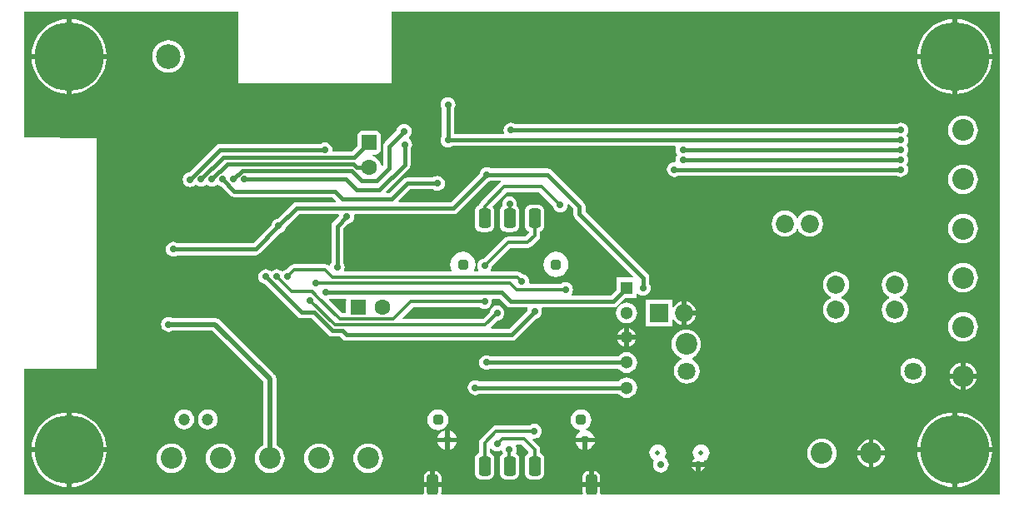
<source format=gbl>
%FSLAX44Y44*%
%MOMM*%
G71*
G01*
G75*
G04 Layer_Physical_Order=2*
G04 Layer_Color=16711680*
G04:AMPARAMS|DCode=10|XSize=0.7mm|YSize=2.5mm|CornerRadius=0.175mm|HoleSize=0mm|Usage=FLASHONLY|Rotation=0.000|XOffset=0mm|YOffset=0mm|HoleType=Round|Shape=RoundedRectangle|*
%AMROUNDEDRECTD10*
21,1,0.7000,2.1500,0,0,0.0*
21,1,0.3500,2.5000,0,0,0.0*
1,1,0.3500,0.1750,-1.0750*
1,1,0.3500,-0.1750,-1.0750*
1,1,0.3500,-0.1750,1.0750*
1,1,0.3500,0.1750,1.0750*
%
%ADD10ROUNDEDRECTD10*%
G04:AMPARAMS|DCode=11|XSize=2.5mm|YSize=2.5mm|CornerRadius=0.625mm|HoleSize=0mm|Usage=FLASHONLY|Rotation=0.000|XOffset=0mm|YOffset=0mm|HoleType=Round|Shape=RoundedRectangle|*
%AMROUNDEDRECTD11*
21,1,2.5000,1.2500,0,0,0.0*
21,1,1.2500,2.5000,0,0,0.0*
1,1,1.2500,0.6250,-0.6250*
1,1,1.2500,-0.6250,-0.6250*
1,1,1.2500,-0.6250,0.6250*
1,1,1.2500,0.6250,0.6250*
%
%ADD11ROUNDEDRECTD11*%
G04:AMPARAMS|DCode=12|XSize=0.7mm|YSize=2.5mm|CornerRadius=0.175mm|HoleSize=0mm|Usage=FLASHONLY|Rotation=270.000|XOffset=0mm|YOffset=0mm|HoleType=Round|Shape=RoundedRectangle|*
%AMROUNDEDRECTD12*
21,1,0.7000,2.1500,0,0,270.0*
21,1,0.3500,2.5000,0,0,270.0*
1,1,0.3500,-1.0750,-0.1750*
1,1,0.3500,-1.0750,0.1750*
1,1,0.3500,1.0750,0.1750*
1,1,0.3500,1.0750,-0.1750*
%
%ADD12ROUNDEDRECTD12*%
G04:AMPARAMS|DCode=13|XSize=0.8mm|YSize=1mm|CornerRadius=0.2mm|HoleSize=0mm|Usage=FLASHONLY|Rotation=180.000|XOffset=0mm|YOffset=0mm|HoleType=Round|Shape=RoundedRectangle|*
%AMROUNDEDRECTD13*
21,1,0.8000,0.6000,0,0,180.0*
21,1,0.4000,1.0000,0,0,180.0*
1,1,0.4000,-0.2000,0.3000*
1,1,0.4000,0.2000,0.3000*
1,1,0.4000,0.2000,-0.3000*
1,1,0.4000,-0.2000,-0.3000*
%
%ADD13ROUNDEDRECTD13*%
G04:AMPARAMS|DCode=14|XSize=1mm|YSize=2mm|CornerRadius=0.25mm|HoleSize=0mm|Usage=FLASHONLY|Rotation=180.000|XOffset=0mm|YOffset=0mm|HoleType=Round|Shape=RoundedRectangle|*
%AMROUNDEDRECTD14*
21,1,1.0000,1.5000,0,0,180.0*
21,1,0.5000,2.0000,0,0,180.0*
1,1,0.5000,-0.2500,0.7500*
1,1,0.5000,0.2500,0.7500*
1,1,0.5000,0.2500,-0.7500*
1,1,0.5000,-0.2500,-0.7500*
%
%ADD14ROUNDEDRECTD14*%
G04:AMPARAMS|DCode=15|XSize=4.1mm|YSize=2.1mm|CornerRadius=0.1995mm|HoleSize=0mm|Usage=FLASHONLY|Rotation=90.000|XOffset=0mm|YOffset=0mm|HoleType=Round|Shape=RoundedRectangle|*
%AMROUNDEDRECTD15*
21,1,4.1000,1.7010,0,0,90.0*
21,1,3.7010,2.1000,0,0,90.0*
1,1,0.3990,0.8505,1.8505*
1,1,0.3990,0.8505,-1.8505*
1,1,0.3990,-0.8505,-1.8505*
1,1,0.3990,-0.8505,1.8505*
%
%ADD15ROUNDEDRECTD15*%
G04:AMPARAMS|DCode=16|XSize=3.95mm|YSize=1.2mm|CornerRadius=0.198mm|HoleSize=0mm|Usage=FLASHONLY|Rotation=270.000|XOffset=0mm|YOffset=0mm|HoleType=Round|Shape=RoundedRectangle|*
%AMROUNDEDRECTD16*
21,1,3.9500,0.8040,0,0,270.0*
21,1,3.5540,1.2000,0,0,270.0*
1,1,0.3960,-0.4020,-1.7770*
1,1,0.3960,-0.4020,1.7770*
1,1,0.3960,0.4020,1.7770*
1,1,0.3960,0.4020,-1.7770*
%
%ADD16ROUNDEDRECTD16*%
G04:AMPARAMS|DCode=17|XSize=11.3mm|YSize=10.75mm|CornerRadius=0.215mm|HoleSize=0mm|Usage=FLASHONLY|Rotation=270.000|XOffset=0mm|YOffset=0mm|HoleType=Round|Shape=RoundedRectangle|*
%AMROUNDEDRECTD17*
21,1,11.3000,10.3200,0,0,270.0*
21,1,10.8700,10.7500,0,0,270.0*
1,1,0.4300,-5.1600,-5.4350*
1,1,0.4300,-5.1600,5.4350*
1,1,0.4300,5.1600,5.4350*
1,1,0.4300,5.1600,-5.4350*
%
%ADD17ROUNDEDRECTD17*%
G04:AMPARAMS|DCode=18|XSize=1.1mm|YSize=0.7mm|CornerRadius=0.2345mm|HoleSize=0mm|Usage=FLASHONLY|Rotation=270.000|XOffset=0mm|YOffset=0mm|HoleType=Round|Shape=RoundedRectangle|*
%AMROUNDEDRECTD18*
21,1,1.1000,0.2310,0,0,270.0*
21,1,0.6310,0.7000,0,0,270.0*
1,1,0.4690,-0.1155,-0.3155*
1,1,0.4690,-0.1155,0.3155*
1,1,0.4690,0.1155,0.3155*
1,1,0.4690,0.1155,-0.3155*
%
%ADD18ROUNDEDRECTD18*%
G04:AMPARAMS|DCode=19|XSize=1.1mm|YSize=0.6mm|CornerRadius=0.201mm|HoleSize=0mm|Usage=FLASHONLY|Rotation=270.000|XOffset=0mm|YOffset=0mm|HoleType=Round|Shape=RoundedRectangle|*
%AMROUNDEDRECTD19*
21,1,1.1000,0.1980,0,0,270.0*
21,1,0.6980,0.6000,0,0,270.0*
1,1,0.4020,-0.0990,-0.3490*
1,1,0.4020,-0.0990,0.3490*
1,1,0.4020,0.0990,0.3490*
1,1,0.4020,0.0990,-0.3490*
%
%ADD19ROUNDEDRECTD19*%
G04:AMPARAMS|DCode=20|XSize=1.05mm|YSize=0.65mm|CornerRadius=0.2015mm|HoleSize=0mm|Usage=FLASHONLY|Rotation=90.000|XOffset=0mm|YOffset=0mm|HoleType=Round|Shape=RoundedRectangle|*
%AMROUNDEDRECTD20*
21,1,1.0500,0.2470,0,0,90.0*
21,1,0.6470,0.6500,0,0,90.0*
1,1,0.4030,0.1235,0.3235*
1,1,0.4030,0.1235,-0.3235*
1,1,0.4030,-0.1235,-0.3235*
1,1,0.4030,-0.1235,0.3235*
%
%ADD20ROUNDEDRECTD20*%
G04:AMPARAMS|DCode=21|XSize=1.75mm|YSize=1.05mm|CornerRadius=0.1995mm|HoleSize=0mm|Usage=FLASHONLY|Rotation=180.000|XOffset=0mm|YOffset=0mm|HoleType=Round|Shape=RoundedRectangle|*
%AMROUNDEDRECTD21*
21,1,1.7500,0.6510,0,0,180.0*
21,1,1.3510,1.0500,0,0,180.0*
1,1,0.3990,-0.6755,0.3255*
1,1,0.3990,0.6755,0.3255*
1,1,0.3990,0.6755,-0.3255*
1,1,0.3990,-0.6755,-0.3255*
%
%ADD21ROUNDEDRECTD21*%
G04:AMPARAMS|DCode=22|XSize=1.75mm|YSize=1.05mm|CornerRadius=0.1995mm|HoleSize=0mm|Usage=FLASHONLY|Rotation=90.000|XOffset=0mm|YOffset=0mm|HoleType=Round|Shape=RoundedRectangle|*
%AMROUNDEDRECTD22*
21,1,1.7500,0.6510,0,0,90.0*
21,1,1.3510,1.0500,0,0,90.0*
1,1,0.3990,0.3255,0.6755*
1,1,0.3990,0.3255,-0.6755*
1,1,0.3990,-0.3255,-0.6755*
1,1,0.3990,-0.3255,0.6755*
%
%ADD22ROUNDEDRECTD22*%
G04:AMPARAMS|DCode=23|XSize=2.7mm|YSize=1.2mm|CornerRadius=0.21mm|HoleSize=0mm|Usage=FLASHONLY|Rotation=180.000|XOffset=0mm|YOffset=0mm|HoleType=Round|Shape=RoundedRectangle|*
%AMROUNDEDRECTD23*
21,1,2.7000,0.7800,0,0,180.0*
21,1,2.2800,1.2000,0,0,180.0*
1,1,0.4200,-1.1400,0.3900*
1,1,0.4200,1.1400,0.3900*
1,1,0.4200,1.1400,-0.3900*
1,1,0.4200,-1.1400,-0.3900*
%
%ADD23ROUNDEDRECTD23*%
G04:AMPARAMS|DCode=24|XSize=2.5mm|YSize=1.7mm|CornerRadius=0.204mm|HoleSize=0mm|Usage=FLASHONLY|Rotation=0.000|XOffset=0mm|YOffset=0mm|HoleType=Round|Shape=RoundedRectangle|*
%AMROUNDEDRECTD24*
21,1,2.5000,1.2920,0,0,0.0*
21,1,2.0920,1.7000,0,0,0.0*
1,1,0.4080,1.0460,-0.6460*
1,1,0.4080,-1.0460,-0.6460*
1,1,0.4080,-1.0460,0.6460*
1,1,0.4080,1.0460,0.6460*
%
%ADD24ROUNDEDRECTD24*%
G04:AMPARAMS|DCode=25|XSize=1.2mm|YSize=1.2mm|CornerRadius=0.198mm|HoleSize=0mm|Usage=FLASHONLY|Rotation=270.000|XOffset=0mm|YOffset=0mm|HoleType=Round|Shape=RoundedRectangle|*
%AMROUNDEDRECTD25*
21,1,1.2000,0.8040,0,0,270.0*
21,1,0.8040,1.2000,0,0,270.0*
1,1,0.3960,-0.4020,-0.4020*
1,1,0.3960,-0.4020,0.4020*
1,1,0.3960,0.4020,0.4020*
1,1,0.3960,0.4020,-0.4020*
%
%ADD25ROUNDEDRECTD25*%
G04:AMPARAMS|DCode=26|XSize=1.2mm|YSize=1.2mm|CornerRadius=0.198mm|HoleSize=0mm|Usage=FLASHONLY|Rotation=0.000|XOffset=0mm|YOffset=0mm|HoleType=Round|Shape=RoundedRectangle|*
%AMROUNDEDRECTD26*
21,1,1.2000,0.8040,0,0,0.0*
21,1,0.8040,1.2000,0,0,0.0*
1,1,0.3960,0.4020,-0.4020*
1,1,0.3960,-0.4020,-0.4020*
1,1,0.3960,-0.4020,0.4020*
1,1,0.3960,0.4020,0.4020*
%
%ADD26ROUNDEDRECTD26*%
G04:AMPARAMS|DCode=27|XSize=2.5mm|YSize=2mm|CornerRadius=0.2mm|HoleSize=0mm|Usage=FLASHONLY|Rotation=90.000|XOffset=0mm|YOffset=0mm|HoleType=Round|Shape=RoundedRectangle|*
%AMROUNDEDRECTD27*
21,1,2.5000,1.6000,0,0,90.0*
21,1,2.1000,2.0000,0,0,90.0*
1,1,0.4000,0.8000,1.0500*
1,1,0.4000,0.8000,-1.0500*
1,1,0.4000,-0.8000,-1.0500*
1,1,0.4000,-0.8000,1.0500*
%
%ADD27ROUNDEDRECTD27*%
G04:AMPARAMS|DCode=28|XSize=2.3mm|YSize=0.5mm|CornerRadius=0.2mm|HoleSize=0mm|Usage=FLASHONLY|Rotation=90.000|XOffset=0mm|YOffset=0mm|HoleType=Round|Shape=RoundedRectangle|*
%AMROUNDEDRECTD28*
21,1,2.3000,0.1000,0,0,90.0*
21,1,1.9000,0.5000,0,0,90.0*
1,1,0.4000,0.0500,0.9500*
1,1,0.4000,0.0500,-0.9500*
1,1,0.4000,-0.0500,-0.9500*
1,1,0.4000,-0.0500,0.9500*
%
%ADD28ROUNDEDRECTD28*%
G04:AMPARAMS|DCode=29|XSize=1mm|YSize=0.95mm|CornerRadius=0.1995mm|HoleSize=0mm|Usage=FLASHONLY|Rotation=90.000|XOffset=0mm|YOffset=0mm|HoleType=Round|Shape=RoundedRectangle|*
%AMROUNDEDRECTD29*
21,1,1.0000,0.5510,0,0,90.0*
21,1,0.6010,0.9500,0,0,90.0*
1,1,0.3990,0.2755,0.3005*
1,1,0.3990,0.2755,-0.3005*
1,1,0.3990,-0.2755,-0.3005*
1,1,0.3990,-0.2755,0.3005*
%
%ADD29ROUNDEDRECTD29*%
G04:AMPARAMS|DCode=30|XSize=1.1mm|YSize=0.6mm|CornerRadius=0.201mm|HoleSize=0mm|Usage=FLASHONLY|Rotation=0.000|XOffset=0mm|YOffset=0mm|HoleType=Round|Shape=RoundedRectangle|*
%AMROUNDEDRECTD30*
21,1,1.1000,0.1980,0,0,0.0*
21,1,0.6980,0.6000,0,0,0.0*
1,1,0.4020,0.3490,-0.0990*
1,1,0.4020,-0.3490,-0.0990*
1,1,0.4020,-0.3490,0.0990*
1,1,0.4020,0.3490,0.0990*
%
%ADD30ROUNDEDRECTD30*%
G04:AMPARAMS|DCode=31|XSize=1mm|YSize=0.95mm|CornerRadius=0.1995mm|HoleSize=0mm|Usage=FLASHONLY|Rotation=0.000|XOffset=0mm|YOffset=0mm|HoleType=Round|Shape=RoundedRectangle|*
%AMROUNDEDRECTD31*
21,1,1.0000,0.5510,0,0,0.0*
21,1,0.6010,0.9500,0,0,0.0*
1,1,0.3990,0.3005,-0.2755*
1,1,0.3990,-0.3005,-0.2755*
1,1,0.3990,-0.3005,0.2755*
1,1,0.3990,0.3005,0.2755*
%
%ADD31ROUNDEDRECTD31*%
%ADD32O,2.5000X0.7000*%
%ADD33O,0.7000X2.5000*%
G04:AMPARAMS|DCode=34|XSize=1.6mm|YSize=1.3mm|CornerRadius=0.2015mm|HoleSize=0mm|Usage=FLASHONLY|Rotation=270.000|XOffset=0mm|YOffset=0mm|HoleType=Round|Shape=RoundedRectangle|*
%AMROUNDEDRECTD34*
21,1,1.6000,0.8970,0,0,270.0*
21,1,1.1970,1.3000,0,0,270.0*
1,1,0.4030,-0.4485,-0.5985*
1,1,0.4030,-0.4485,0.5985*
1,1,0.4030,0.4485,0.5985*
1,1,0.4030,0.4485,-0.5985*
%
%ADD34ROUNDEDRECTD34*%
G04:AMPARAMS|DCode=35|XSize=2.5mm|YSize=1.15mm|CornerRadius=0.3852mm|HoleSize=0mm|Usage=FLASHONLY|Rotation=90.000|XOffset=0mm|YOffset=0mm|HoleType=Round|Shape=RoundedRectangle|*
%AMROUNDEDRECTD35*
21,1,2.5000,0.3795,0,0,90.0*
21,1,1.7295,1.1500,0,0,90.0*
1,1,0.7705,0.1898,0.8648*
1,1,0.7705,0.1898,-0.8648*
1,1,0.7705,-0.1898,-0.8648*
1,1,0.7705,-0.1898,0.8648*
%
%ADD35ROUNDEDRECTD35*%
G04:AMPARAMS|DCode=36|XSize=1.3mm|YSize=1mm|CornerRadius=0.25mm|HoleSize=0mm|Usage=FLASHONLY|Rotation=90.000|XOffset=0mm|YOffset=0mm|HoleType=Round|Shape=RoundedRectangle|*
%AMROUNDEDRECTD36*
21,1,1.3000,0.5000,0,0,90.0*
21,1,0.8000,1.0000,0,0,90.0*
1,1,0.5000,0.2500,0.4000*
1,1,0.5000,0.2500,-0.4000*
1,1,0.5000,-0.2500,-0.4000*
1,1,0.5000,-0.2500,0.4000*
%
%ADD36ROUNDEDRECTD36*%
G04:AMPARAMS|DCode=37|XSize=2.35mm|YSize=1.15mm|CornerRadius=0.3852mm|HoleSize=0mm|Usage=FLASHONLY|Rotation=90.000|XOffset=0mm|YOffset=0mm|HoleType=Round|Shape=RoundedRectangle|*
%AMROUNDEDRECTD37*
21,1,2.3500,0.3795,0,0,90.0*
21,1,1.5795,1.1500,0,0,90.0*
1,1,0.7705,0.1898,0.7897*
1,1,0.7705,0.1898,-0.7897*
1,1,0.7705,-0.1898,-0.7897*
1,1,0.7705,-0.1898,0.7897*
%
%ADD37ROUNDEDRECTD37*%
%ADD38R,0.4000X1.4000*%
G04:AMPARAMS|DCode=39|XSize=1.8mm|YSize=1.9mm|CornerRadius=0.45mm|HoleSize=0mm|Usage=FLASHONLY|Rotation=0.000|XOffset=0mm|YOffset=0mm|HoleType=Round|Shape=RoundedRectangle|*
%AMROUNDEDRECTD39*
21,1,1.8000,1.0000,0,0,0.0*
21,1,0.9000,1.9000,0,0,0.0*
1,1,0.9000,0.4500,-0.5000*
1,1,0.9000,-0.4500,-0.5000*
1,1,0.9000,-0.4500,0.5000*
1,1,0.9000,0.4500,0.5000*
%
%ADD39ROUNDEDRECTD39*%
G04:AMPARAMS|DCode=40|XSize=2.5mm|YSize=1.7mm|CornerRadius=0.204mm|HoleSize=0mm|Usage=FLASHONLY|Rotation=90.000|XOffset=0mm|YOffset=0mm|HoleType=Round|Shape=RoundedRectangle|*
%AMROUNDEDRECTD40*
21,1,2.5000,1.2920,0,0,90.0*
21,1,2.0920,1.7000,0,0,90.0*
1,1,0.4080,0.6460,1.0460*
1,1,0.4080,0.6460,-1.0460*
1,1,0.4080,-0.6460,-1.0460*
1,1,0.4080,-0.6460,1.0460*
%
%ADD40ROUNDEDRECTD40*%
G04:AMPARAMS|DCode=41|XSize=1.8mm|YSize=1.7mm|CornerRadius=0.204mm|HoleSize=0mm|Usage=FLASHONLY|Rotation=180.000|XOffset=0mm|YOffset=0mm|HoleType=Round|Shape=RoundedRectangle|*
%AMROUNDEDRECTD41*
21,1,1.8000,1.2920,0,0,180.0*
21,1,1.3920,1.7000,0,0,180.0*
1,1,0.4080,-0.6960,0.6460*
1,1,0.4080,0.6960,0.6460*
1,1,0.4080,0.6960,-0.6460*
1,1,0.4080,-0.6960,-0.6460*
%
%ADD41ROUNDEDRECTD41*%
G04:AMPARAMS|DCode=42|XSize=1mm|YSize=1.2mm|CornerRadius=0.165mm|HoleSize=0mm|Usage=FLASHONLY|Rotation=0.000|XOffset=0mm|YOffset=0mm|HoleType=Round|Shape=RoundedRectangle|*
%AMROUNDEDRECTD42*
21,1,1.0000,0.8700,0,0,0.0*
21,1,0.6700,1.2000,0,0,0.0*
1,1,0.3300,0.3350,-0.4350*
1,1,0.3300,-0.3350,-0.4350*
1,1,0.3300,-0.3350,0.4350*
1,1,0.3300,0.3350,0.4350*
%
%ADD42ROUNDEDRECTD42*%
G04:AMPARAMS|DCode=43|XSize=3mm|YSize=2mm|CornerRadius=0.67mm|HoleSize=0mm|Usage=FLASHONLY|Rotation=90.000|XOffset=0mm|YOffset=0mm|HoleType=Round|Shape=RoundedRectangle|*
%AMROUNDEDRECTD43*
21,1,3.0000,0.6600,0,0,90.0*
21,1,1.6600,2.0000,0,0,90.0*
1,1,1.3400,0.3300,0.8300*
1,1,1.3400,0.3300,-0.8300*
1,1,1.3400,-0.3300,-0.8300*
1,1,1.3400,-0.3300,0.8300*
%
%ADD43ROUNDEDRECTD43*%
G04:AMPARAMS|DCode=44|XSize=2.3mm|YSize=0.9mm|CornerRadius=0.225mm|HoleSize=0mm|Usage=FLASHONLY|Rotation=90.000|XOffset=0mm|YOffset=0mm|HoleType=Round|Shape=RoundedRectangle|*
%AMROUNDEDRECTD44*
21,1,2.3000,0.4500,0,0,90.0*
21,1,1.8500,0.9000,0,0,90.0*
1,1,0.4500,0.2250,0.9250*
1,1,0.4500,0.2250,-0.9250*
1,1,0.4500,-0.2250,-0.9250*
1,1,0.4500,-0.2250,0.9250*
%
%ADD44ROUNDEDRECTD44*%
G04:AMPARAMS|DCode=45|XSize=1.2mm|YSize=2mm|CornerRadius=0.3mm|HoleSize=0mm|Usage=FLASHONLY|Rotation=180.000|XOffset=0mm|YOffset=0mm|HoleType=Round|Shape=RoundedRectangle|*
%AMROUNDEDRECTD45*
21,1,1.2000,1.4000,0,0,180.0*
21,1,0.6000,2.0000,0,0,180.0*
1,1,0.6000,-0.3000,0.7000*
1,1,0.6000,0.3000,0.7000*
1,1,0.6000,0.3000,-0.7000*
1,1,0.6000,-0.3000,-0.7000*
%
%ADD45ROUNDEDRECTD45*%
G04:AMPARAMS|DCode=46|XSize=1.05mm|YSize=0.65mm|CornerRadius=0.2015mm|HoleSize=0mm|Usage=FLASHONLY|Rotation=0.000|XOffset=0mm|YOffset=0mm|HoleType=Round|Shape=RoundedRectangle|*
%AMROUNDEDRECTD46*
21,1,1.0500,0.2470,0,0,0.0*
21,1,0.6470,0.6500,0,0,0.0*
1,1,0.4030,0.3235,-0.1235*
1,1,0.4030,-0.3235,-0.1235*
1,1,0.4030,-0.3235,0.1235*
1,1,0.4030,0.3235,0.1235*
%
%ADD46ROUNDEDRECTD46*%
G04:AMPARAMS|DCode=47|XSize=1mm|YSize=0.9mm|CornerRadius=0.198mm|HoleSize=0mm|Usage=FLASHONLY|Rotation=270.000|XOffset=0mm|YOffset=0mm|HoleType=Round|Shape=RoundedRectangle|*
%AMROUNDEDRECTD47*
21,1,1.0000,0.5040,0,0,270.0*
21,1,0.6040,0.9000,0,0,270.0*
1,1,0.3960,-0.2520,-0.3020*
1,1,0.3960,-0.2520,0.3020*
1,1,0.3960,0.2520,0.3020*
1,1,0.3960,0.2520,-0.3020*
%
%ADD47ROUNDEDRECTD47*%
G04:AMPARAMS|DCode=48|XSize=1.45mm|YSize=0.95mm|CornerRadius=0.1995mm|HoleSize=0mm|Usage=FLASHONLY|Rotation=180.000|XOffset=0mm|YOffset=0mm|HoleType=Round|Shape=RoundedRectangle|*
%AMROUNDEDRECTD48*
21,1,1.4500,0.5510,0,0,180.0*
21,1,1.0510,0.9500,0,0,180.0*
1,1,0.3990,-0.5255,0.2755*
1,1,0.3990,0.5255,0.2755*
1,1,0.3990,0.5255,-0.2755*
1,1,0.3990,-0.5255,-0.2755*
%
%ADD48ROUNDEDRECTD48*%
G04:AMPARAMS|DCode=49|XSize=1.45mm|YSize=1.15mm|CornerRadius=0.2013mm|HoleSize=0mm|Usage=FLASHONLY|Rotation=180.000|XOffset=0mm|YOffset=0mm|HoleType=Round|Shape=RoundedRectangle|*
%AMROUNDEDRECTD49*
21,1,1.4500,0.7475,0,0,180.0*
21,1,1.0475,1.1500,0,0,180.0*
1,1,0.4025,-0.5238,0.3738*
1,1,0.4025,0.5238,0.3738*
1,1,0.4025,0.5238,-0.3738*
1,1,0.4025,-0.5238,-0.3738*
%
%ADD49ROUNDEDRECTD49*%
%ADD50C,0.3500*%
%ADD51C,0.4000*%
%ADD52C,0.5000*%
%ADD53C,0.7000*%
%ADD54C,0.2500*%
%ADD55C,2.2000*%
%ADD56C,7.0000*%
%ADD57C,2.5000*%
%ADD58C,1.8000*%
%ADD59C,1.8500*%
%ADD60C,1.6000*%
G04:AMPARAMS|DCode=61|XSize=1.6mm|YSize=1.6mm|CornerRadius=0.2mm|HoleSize=0mm|Usage=FLASHONLY|Rotation=270.000|XOffset=0mm|YOffset=0mm|HoleType=Round|Shape=RoundedRectangle|*
%AMROUNDEDRECTD61*
21,1,1.6000,1.2000,0,0,270.0*
21,1,1.2000,1.6000,0,0,270.0*
1,1,0.4000,-0.6000,-0.6000*
1,1,0.4000,-0.6000,0.6000*
1,1,0.4000,0.6000,0.6000*
1,1,0.4000,0.6000,-0.6000*
%
%ADD61ROUNDEDRECTD61*%
G04:AMPARAMS|DCode=62|XSize=1.6mm|YSize=1.6mm|CornerRadius=0.2mm|HoleSize=0mm|Usage=FLASHONLY|Rotation=0.000|XOffset=0mm|YOffset=0mm|HoleType=Round|Shape=RoundedRectangle|*
%AMROUNDEDRECTD62*
21,1,1.6000,1.2000,0,0,0.0*
21,1,1.2000,1.6000,0,0,0.0*
1,1,0.4000,0.6000,-0.6000*
1,1,0.4000,-0.6000,-0.6000*
1,1,0.4000,-0.6000,0.6000*
1,1,0.4000,0.6000,0.6000*
%
%ADD62ROUNDEDRECTD62*%
%ADD63C,0.5000*%
%ADD64R,1.8500X1.8500*%
%ADD65R,1.3000X1.3000*%
%ADD66C,1.3000*%
G04:AMPARAMS|DCode=67|XSize=1.15mm|YSize=2.1mm|CornerRadius=0.2875mm|HoleSize=0mm|Usage=FLASHONLY|Rotation=0.000|XOffset=0mm|YOffset=0mm|HoleType=Round|Shape=RoundedRectangle|*
%AMROUNDEDRECTD67*
21,1,1.1500,1.5250,0,0,0.0*
21,1,0.5750,2.1000,0,0,0.0*
1,1,0.5750,0.2875,-0.7625*
1,1,0.5750,-0.2875,-0.7625*
1,1,0.5750,-0.2875,0.7625*
1,1,0.5750,0.2875,0.7625*
%
%ADD67ROUNDEDRECTD67*%
%ADD68C,0.7000*%
%ADD69C,1.2000*%
G04:AMPARAMS|DCode=70|XSize=0.7mm|YSize=0.7mm|CornerRadius=0.175mm|HoleSize=0mm|Usage=FLASHONLY|Rotation=0.000|XOffset=0mm|YOffset=0mm|HoleType=Round|Shape=RoundedRectangle|*
%AMROUNDEDRECTD70*
21,1,0.7000,0.3500,0,0,0.0*
21,1,0.3500,0.7000,0,0,0.0*
1,1,0.3500,0.1750,-0.1750*
1,1,0.3500,-0.1750,-0.1750*
1,1,0.3500,-0.1750,0.1750*
1,1,0.3500,0.1750,0.1750*
%
%ADD70ROUNDEDRECTD70*%
G04:AMPARAMS|DCode=71|XSize=1mm|YSize=1mm|CornerRadius=0.25mm|HoleSize=0mm|Usage=FLASHONLY|Rotation=90.000|XOffset=0mm|YOffset=0mm|HoleType=Round|Shape=RoundedRectangle|*
%AMROUNDEDRECTD71*
21,1,1.0000,0.5000,0,0,90.0*
21,1,0.5000,1.0000,0,0,90.0*
1,1,0.5000,0.2500,0.2500*
1,1,0.5000,0.2500,-0.2500*
1,1,0.5000,-0.2500,-0.2500*
1,1,0.5000,-0.2500,0.2500*
%
%ADD71ROUNDEDRECTD71*%
G36*
X995412Y4588D02*
X590190D01*
X589263Y5858D01*
X589565Y7375D01*
Y12500D01*
X571835D01*
Y7375D01*
X572137Y5858D01*
X571210Y4588D01*
X428790D01*
X427863Y5858D01*
X428165Y7375D01*
Y12500D01*
X410435D01*
Y7375D01*
X410737Y5858D01*
X409810Y4588D01*
X4588D01*
Y132199D01*
X77792Y132199D01*
Y367296D01*
X4588Y367332D01*
Y495412D01*
X222000D01*
Y422593D01*
X377475Y422593D01*
X377514Y495412D01*
X995412D01*
Y4588D01*
D02*
G37*
%LPC*%
G36*
X571700Y57500D02*
X564443D01*
X564457Y57389D01*
X565465Y54957D01*
X567068Y52868D01*
X569157Y51265D01*
X571590Y50257D01*
X571700Y50243D01*
Y57500D01*
D02*
G37*
G36*
X583957D02*
X576700D01*
Y50243D01*
X576810Y50257D01*
X579243Y51265D01*
X581332Y52868D01*
X582935Y54957D01*
X583943Y57389D01*
X583957Y57500D01*
D02*
G37*
G36*
X52500Y87921D02*
Y52500D01*
X87921D01*
X87648Y55963D01*
X86252Y61779D01*
X83963Y67305D01*
X80838Y72405D01*
X76953Y76953D01*
X72405Y80838D01*
X67305Y83963D01*
X61779Y86252D01*
X55963Y87648D01*
X52500Y87921D01*
D02*
G37*
G36*
X47500D02*
X44037Y87648D01*
X38221Y86252D01*
X32695Y83963D01*
X27595Y80838D01*
X23047Y76953D01*
X19162Y72405D01*
X16037Y67305D01*
X13748Y61779D01*
X12352Y55963D01*
X12079Y52500D01*
X47500D01*
Y87921D01*
D02*
G37*
G36*
X862500Y60292D02*
X861345Y60140D01*
X857940Y58729D01*
X855015Y56485D01*
X852771Y53560D01*
X851360Y50155D01*
X851208Y49000D01*
X862500D01*
Y60292D01*
D02*
G37*
G36*
X692249Y55573D02*
X690030Y55281D01*
X687962Y54425D01*
X686187Y53062D01*
X684824Y51287D01*
X683968Y49219D01*
X683676Y47000D01*
X683968Y44781D01*
X684824Y42713D01*
X685805Y41435D01*
X685719Y41115D01*
X684256Y39992D01*
X683134Y38530D01*
X682708Y37500D01*
X695790D01*
X695363Y38530D01*
X695532Y39160D01*
X696535Y39575D01*
X698311Y40938D01*
X699673Y42713D01*
X700530Y44781D01*
X700822Y47000D01*
X700530Y49219D01*
X699673Y51287D01*
X698311Y53062D01*
X696535Y54425D01*
X694468Y55281D01*
X692249Y55573D01*
D02*
G37*
G36*
X867500Y60292D02*
Y49000D01*
X878792D01*
X878640Y50155D01*
X877229Y53560D01*
X874985Y56485D01*
X872060Y58729D01*
X868655Y60140D01*
X867500Y60292D01*
D02*
G37*
G36*
X443957Y57500D02*
X436700D01*
Y50243D01*
X436810Y50257D01*
X439243Y51265D01*
X441332Y52868D01*
X442935Y54957D01*
X443943Y57389D01*
X443957Y57500D01*
D02*
G37*
G36*
X431700D02*
X424443D01*
X424457Y57389D01*
X425465Y54957D01*
X427068Y52868D01*
X429157Y51265D01*
X431590Y50257D01*
X431700Y50243D01*
Y57500D01*
D02*
G37*
G36*
X947500Y87921D02*
X944037Y87648D01*
X938221Y86252D01*
X932695Y83963D01*
X927595Y80838D01*
X923047Y76953D01*
X919163Y72405D01*
X916037Y67305D01*
X913748Y61779D01*
X912352Y55963D01*
X912079Y52500D01*
X947500D01*
Y87921D01*
D02*
G37*
G36*
X167000Y91086D02*
X164389Y90743D01*
X161957Y89735D01*
X159868Y88132D01*
X158265Y86043D01*
X157257Y83610D01*
X156914Y81000D01*
X157257Y78390D01*
X158265Y75957D01*
X159868Y73868D01*
X161957Y72265D01*
X164389Y71257D01*
X167000Y70914D01*
X169611Y71257D01*
X172043Y72265D01*
X174132Y73868D01*
X175735Y75957D01*
X176743Y78390D01*
X177086Y81000D01*
X176743Y83610D01*
X175735Y86043D01*
X174132Y88132D01*
X172043Y89735D01*
X169611Y90743D01*
X167000Y91086D01*
D02*
G37*
G36*
X424750Y91091D02*
X422009Y90730D01*
X419455Y89672D01*
X417261Y87989D01*
X415578Y85795D01*
X414520Y83241D01*
X414159Y80500D01*
X414520Y77759D01*
X415578Y75205D01*
X417261Y73011D01*
X419455Y71328D01*
X422009Y70270D01*
X424750Y69909D01*
X427491Y70270D01*
X430045Y71328D01*
X432239Y73011D01*
X433922Y75205D01*
X434980Y77759D01*
X435341Y80500D01*
X434980Y83241D01*
X433922Y85795D01*
X432239Y87989D01*
X430045Y89672D01*
X427491Y90730D01*
X424750Y91091D01*
D02*
G37*
G36*
X956000Y122500D02*
X944708D01*
X944860Y121345D01*
X946271Y117940D01*
X948515Y115015D01*
X951440Y112771D01*
X954845Y111360D01*
X956000Y111208D01*
Y122500D01*
D02*
G37*
G36*
X191000Y91086D02*
X188389Y90743D01*
X185957Y89735D01*
X183868Y88132D01*
X182265Y86043D01*
X181257Y83610D01*
X180914Y81000D01*
X181257Y78390D01*
X182265Y75957D01*
X183868Y73868D01*
X185957Y72265D01*
X188389Y71257D01*
X191000Y70914D01*
X193610Y71257D01*
X196043Y72265D01*
X198132Y73868D01*
X199735Y75957D01*
X200743Y78390D01*
X201086Y81000D01*
X200743Y83610D01*
X199735Y86043D01*
X198132Y88132D01*
X196043Y89735D01*
X193610Y90743D01*
X191000Y91086D01*
D02*
G37*
G36*
X570250Y91091D02*
X567509Y90730D01*
X564955Y89672D01*
X562761Y87989D01*
X561078Y85795D01*
X560020Y83241D01*
X559659Y80500D01*
X560020Y77759D01*
X561078Y75205D01*
X562761Y73011D01*
X564955Y71328D01*
X567509Y70270D01*
X569054Y70067D01*
X569225Y68763D01*
X569157Y68735D01*
X567068Y67132D01*
X565465Y65043D01*
X564457Y62611D01*
X564443Y62500D01*
X583957D01*
X583943Y62611D01*
X582935Y65043D01*
X581332Y67132D01*
X579243Y68735D01*
X576810Y69743D01*
X575464Y69920D01*
X575292Y71224D01*
X575545Y71328D01*
X577739Y73011D01*
X579422Y75205D01*
X580480Y77759D01*
X580841Y80500D01*
X580480Y83241D01*
X579422Y85795D01*
X577739Y87989D01*
X575545Y89672D01*
X572991Y90730D01*
X570250Y91091D01*
D02*
G37*
G36*
X522850Y76565D02*
X520892Y76307D01*
X519068Y75551D01*
X518170Y74863D01*
X484000D01*
X481757Y74416D01*
X479855Y73145D01*
X468004Y61295D01*
X466734Y59394D01*
X466287Y57150D01*
Y46891D01*
X465620Y46614D01*
X464158Y45493D01*
X463036Y44030D01*
X462330Y42327D01*
X462090Y40500D01*
Y26500D01*
X462330Y24673D01*
X463036Y22970D01*
X464158Y21508D01*
X465620Y20385D01*
X467323Y19680D01*
X469150Y19440D01*
X475150D01*
X476977Y19680D01*
X478680Y20385D01*
X480142Y21508D01*
X481264Y22970D01*
X481970Y24673D01*
X482210Y26500D01*
Y40500D01*
X481970Y42327D01*
X481264Y44030D01*
X480142Y45493D01*
X478680Y46614D01*
X478013Y46891D01*
Y50700D01*
X479283Y51131D01*
X479651Y50651D01*
X481218Y49449D01*
X483042Y48693D01*
X485000Y48435D01*
X486958Y48693D01*
X488682Y49407D01*
X488849Y49415D01*
X490041Y48814D01*
X490143Y48042D01*
X490803Y46448D01*
X489558Y45493D01*
X488436Y44030D01*
X487730Y42327D01*
X487490Y40500D01*
Y26500D01*
X487730Y24673D01*
X488436Y22970D01*
X489558Y21508D01*
X491020Y20385D01*
X492723Y19680D01*
X494550Y19440D01*
X500550D01*
X502377Y19680D01*
X504080Y20385D01*
X505542Y21508D01*
X506665Y22970D01*
X507370Y24673D01*
X507610Y26500D01*
Y40500D01*
X507370Y42327D01*
X506665Y44030D01*
X505542Y45493D01*
X504145Y46565D01*
X504757Y48042D01*
X505015Y50000D01*
X504757Y51958D01*
X504001Y53782D01*
X503836Y53998D01*
X504398Y55137D01*
X509572D01*
X516645Y48064D01*
X516436Y46621D01*
X516420Y46614D01*
X514958Y45493D01*
X513835Y44030D01*
X513130Y42327D01*
X512890Y40500D01*
Y26500D01*
X513130Y24673D01*
X513835Y22970D01*
X514958Y21508D01*
X516420Y20385D01*
X518123Y19680D01*
X519950Y19440D01*
X525950D01*
X527777Y19680D01*
X529480Y20385D01*
X530942Y21508D01*
X532065Y22970D01*
X532770Y24673D01*
X533010Y26500D01*
Y40500D01*
X532770Y42327D01*
X532065Y44030D01*
X530942Y45493D01*
X529480Y46614D01*
X528813Y46891D01*
Y50050D01*
X528366Y52294D01*
X527095Y54195D01*
X520877Y60414D01*
X521470Y61617D01*
X522850Y61435D01*
X524808Y61693D01*
X526632Y62449D01*
X528199Y63651D01*
X529401Y65218D01*
X530157Y67042D01*
X530415Y69000D01*
X530157Y70958D01*
X529401Y72782D01*
X528199Y74349D01*
X526632Y75551D01*
X524808Y76307D01*
X522850Y76565D01*
D02*
G37*
G36*
X952500Y87921D02*
Y52500D01*
X987921D01*
X987648Y55963D01*
X986252Y61779D01*
X983963Y67305D01*
X980838Y72405D01*
X976953Y76953D01*
X972405Y80838D01*
X967305Y83963D01*
X961779Y86252D01*
X955963Y87648D01*
X952500Y87921D01*
D02*
G37*
G36*
X436700Y69757D02*
Y62500D01*
X443957D01*
X443943Y62611D01*
X442935Y65043D01*
X441332Y67132D01*
X439243Y68735D01*
X436810Y69743D01*
X436700Y69757D01*
D02*
G37*
G36*
X431700D02*
X431590Y69743D01*
X429157Y68735D01*
X427068Y67132D01*
X425465Y65043D01*
X424457Y62611D01*
X424443Y62500D01*
X431700D01*
Y69757D01*
D02*
G37*
G36*
X578200Y28615D02*
X577825D01*
X575533Y28159D01*
X573589Y26861D01*
X572291Y24917D01*
X571835Y22625D01*
Y17500D01*
X578200D01*
Y28615D01*
D02*
G37*
G36*
X422175D02*
X421800D01*
Y17500D01*
X428165D01*
Y22625D01*
X427709Y24917D01*
X426411Y26861D01*
X424467Y28159D01*
X422175Y28615D01*
D02*
G37*
G36*
X154000Y56573D02*
X151060Y56283D01*
X148232Y55425D01*
X145626Y54032D01*
X143342Y52158D01*
X141468Y49874D01*
X140075Y47268D01*
X139217Y44440D01*
X138927Y41500D01*
X139217Y38560D01*
X140075Y35732D01*
X141468Y33126D01*
X143342Y30842D01*
X145626Y28968D01*
X148232Y27575D01*
X151060Y26717D01*
X154000Y26428D01*
X156940Y26717D01*
X159768Y27575D01*
X162374Y28968D01*
X164658Y30842D01*
X166532Y33126D01*
X167925Y35732D01*
X168783Y38560D01*
X169073Y41500D01*
X168783Y44440D01*
X167925Y47268D01*
X166532Y49874D01*
X164658Y52158D01*
X162374Y54032D01*
X159768Y55425D01*
X156940Y56283D01*
X154000Y56573D01*
D02*
G37*
G36*
X583575Y28615D02*
X583200D01*
Y17500D01*
X589565D01*
Y22625D01*
X589109Y24917D01*
X587811Y26861D01*
X585867Y28159D01*
X583575Y28615D01*
D02*
G37*
G36*
X416800D02*
X416425D01*
X414133Y28159D01*
X412189Y26861D01*
X410891Y24917D01*
X410435Y22625D01*
Y17500D01*
X416800D01*
Y28615D01*
D02*
G37*
G36*
X87921Y47500D02*
X52500D01*
Y12079D01*
X55963Y12352D01*
X61779Y13748D01*
X67305Y16037D01*
X72405Y19162D01*
X76953Y23047D01*
X80838Y27595D01*
X83963Y32695D01*
X86252Y38221D01*
X87648Y44037D01*
X87921Y47500D01*
D02*
G37*
G36*
X47500D02*
X12079D01*
X12352Y44037D01*
X13748Y38221D01*
X16037Y32695D01*
X19162Y27595D01*
X23047Y23047D01*
X27595Y19162D01*
X32695Y16037D01*
X38221Y13748D01*
X44037Y12352D01*
X47500Y12079D01*
Y47500D01*
D02*
G37*
G36*
X987921D02*
X952500D01*
Y12079D01*
X955963Y12352D01*
X961779Y13748D01*
X967305Y16037D01*
X972405Y19162D01*
X976953Y23047D01*
X980838Y27595D01*
X983963Y32695D01*
X986252Y38221D01*
X987648Y44037D01*
X987921Y47500D01*
D02*
G37*
G36*
X947500D02*
X912079D01*
X912352Y44037D01*
X913748Y38221D01*
X916037Y32695D01*
X919163Y27595D01*
X923047Y23047D01*
X927595Y19162D01*
X932695Y16037D01*
X938221Y13748D01*
X944037Y12352D01*
X947500Y12079D01*
Y47500D01*
D02*
G37*
G36*
X204000Y56573D02*
X201059Y56283D01*
X198232Y55425D01*
X195626Y54032D01*
X193342Y52158D01*
X191468Y49874D01*
X190075Y47268D01*
X189217Y44440D01*
X188927Y41500D01*
X189217Y38560D01*
X190075Y35732D01*
X191468Y33126D01*
X193342Y30842D01*
X195626Y28968D01*
X198232Y27575D01*
X201059Y26717D01*
X204000Y26428D01*
X206940Y26717D01*
X209768Y27575D01*
X212374Y28968D01*
X214658Y30842D01*
X216532Y33126D01*
X217925Y35732D01*
X218783Y38560D01*
X219073Y41500D01*
X218783Y44440D01*
X217925Y47268D01*
X216532Y49874D01*
X214658Y52158D01*
X212374Y54032D01*
X209768Y55425D01*
X206940Y56283D01*
X204000Y56573D01*
D02*
G37*
G36*
X815000Y61573D02*
X812060Y61283D01*
X809232Y60425D01*
X806626Y59032D01*
X804342Y57158D01*
X802468Y54874D01*
X801075Y52268D01*
X800217Y49440D01*
X799928Y46500D01*
X800217Y43559D01*
X801075Y40732D01*
X802468Y38126D01*
X804342Y35842D01*
X806626Y33968D01*
X809232Y32575D01*
X812060Y31717D01*
X815000Y31427D01*
X817941Y31717D01*
X820768Y32575D01*
X823374Y33968D01*
X825658Y35842D01*
X827533Y38126D01*
X828925Y40732D01*
X829783Y43559D01*
X830073Y46500D01*
X829783Y49440D01*
X828925Y52268D01*
X827533Y54874D01*
X825658Y57158D01*
X823374Y59032D01*
X820768Y60425D01*
X817941Y61283D01*
X815000Y61573D01*
D02*
G37*
G36*
X695790Y32500D02*
X691749D01*
Y28459D01*
X692779Y28886D01*
X694241Y30008D01*
X695363Y31470D01*
X695790Y32500D01*
D02*
G37*
G36*
X878792Y44000D02*
X867500D01*
Y32708D01*
X868655Y32860D01*
X872060Y34271D01*
X874985Y36515D01*
X877229Y39440D01*
X878640Y42845D01*
X878792Y44000D01*
D02*
G37*
G36*
X862500D02*
X851208D01*
X851360Y42845D01*
X852771Y39440D01*
X855015Y36515D01*
X857940Y34271D01*
X861345Y32860D01*
X862500Y32708D01*
Y44000D01*
D02*
G37*
G36*
X686749Y32500D02*
X682708D01*
X683134Y31470D01*
X684256Y30008D01*
X685719Y28886D01*
X686749Y28459D01*
Y32500D01*
D02*
G37*
G36*
X304000Y56573D02*
X301059Y56283D01*
X298232Y55425D01*
X295626Y54032D01*
X293342Y52158D01*
X291468Y49874D01*
X290075Y47268D01*
X289217Y44440D01*
X288927Y41500D01*
X289217Y38560D01*
X290075Y35732D01*
X291468Y33126D01*
X293342Y30842D01*
X295626Y28968D01*
X298232Y27575D01*
X301059Y26717D01*
X304000Y26428D01*
X306940Y26717D01*
X309768Y27575D01*
X312374Y28968D01*
X314658Y30842D01*
X316532Y33126D01*
X317925Y35732D01*
X318783Y38560D01*
X319073Y41500D01*
X318783Y44440D01*
X317925Y47268D01*
X316532Y49874D01*
X314658Y52158D01*
X312374Y54032D01*
X309768Y55425D01*
X306940Y56283D01*
X304000Y56573D01*
D02*
G37*
G36*
X151000Y185065D02*
X149042Y184807D01*
X147218Y184051D01*
X145651Y182849D01*
X144449Y181282D01*
X143693Y179458D01*
X143435Y177500D01*
X143693Y175542D01*
X144449Y173718D01*
X145651Y172151D01*
X147218Y170949D01*
X149042Y170193D01*
X151000Y169935D01*
X152958Y170193D01*
X154771Y170944D01*
X195784D01*
X247444Y119284D01*
Y55004D01*
X245626Y54032D01*
X243342Y52158D01*
X241468Y49874D01*
X240075Y47268D01*
X239217Y44440D01*
X238927Y41500D01*
X239217Y38560D01*
X240075Y35732D01*
X241468Y33126D01*
X243342Y30842D01*
X245626Y28968D01*
X248232Y27575D01*
X251059Y26717D01*
X254000Y26428D01*
X256940Y26717D01*
X259768Y27575D01*
X262374Y28968D01*
X264658Y30842D01*
X266532Y33126D01*
X267925Y35732D01*
X268783Y38560D01*
X269073Y41500D01*
X268783Y44440D01*
X267925Y47268D01*
X266532Y49874D01*
X264658Y52158D01*
X262374Y54032D01*
X260556Y55004D01*
Y122000D01*
X260333Y123697D01*
X260061Y124352D01*
X259678Y125278D01*
X258636Y126636D01*
X203136Y182136D01*
X201778Y183178D01*
X200852Y183561D01*
X200197Y183833D01*
X198500Y184056D01*
X154771D01*
X152958Y184807D01*
X151000Y185065D01*
D02*
G37*
G36*
X648249Y55573D02*
X646030Y55281D01*
X643962Y54425D01*
X642187Y53062D01*
X640824Y51287D01*
X639968Y49219D01*
X639675Y47000D01*
X639968Y44781D01*
X640824Y42713D01*
X642187Y40938D01*
X643404Y40004D01*
X644261Y39035D01*
X643455Y37088D01*
X643180Y35000D01*
X643455Y32912D01*
X644261Y30965D01*
X645543Y29294D01*
X647214Y28012D01*
X649160Y27206D01*
X651249Y26931D01*
X653337Y27206D01*
X655283Y28012D01*
X656954Y29294D01*
X658237Y30965D01*
X659043Y32912D01*
X659318Y35000D01*
X659043Y37088D01*
X658237Y39035D01*
X656954Y40706D01*
X655283Y41988D01*
X655586Y42599D01*
X655674Y42713D01*
X656530Y44781D01*
X656822Y47000D01*
X656530Y49219D01*
X655674Y51287D01*
X654311Y53062D01*
X652535Y54425D01*
X650468Y55281D01*
X648249Y55573D01*
D02*
G37*
G36*
X354000Y56573D02*
X351059Y56283D01*
X348232Y55425D01*
X345626Y54032D01*
X343342Y52158D01*
X341468Y49874D01*
X340075Y47268D01*
X339217Y44440D01*
X338927Y41500D01*
X339217Y38560D01*
X340075Y35732D01*
X341468Y33126D01*
X343342Y30842D01*
X345626Y28968D01*
X348232Y27575D01*
X351059Y26717D01*
X354000Y26428D01*
X356940Y26717D01*
X359768Y27575D01*
X362374Y28968D01*
X364658Y30842D01*
X366532Y33126D01*
X367925Y35732D01*
X368783Y38560D01*
X369073Y41500D01*
X368783Y44440D01*
X367925Y47268D01*
X366532Y49874D01*
X364658Y52158D01*
X362374Y54032D01*
X359768Y55425D01*
X356940Y56283D01*
X354000Y56573D01*
D02*
G37*
G36*
X972292Y122500D02*
X961000D01*
Y111208D01*
X962155Y111360D01*
X965560Y112771D01*
X968485Y115015D01*
X970729Y117940D01*
X972140Y121345D01*
X972292Y122500D01*
D02*
G37*
G36*
X390527Y381565D02*
X388569Y381307D01*
X386745Y380551D01*
X385178Y379349D01*
X383976Y377782D01*
X383220Y375958D01*
X383127Y375252D01*
X370674Y362799D01*
X369348Y360814D01*
X368882Y358473D01*
Y339564D01*
X368096Y338932D01*
X366854Y339394D01*
X366691Y340633D01*
X365482Y343552D01*
X363559Y346059D01*
X361052Y347982D01*
X358133Y349191D01*
X358416Y350382D01*
X361000D01*
X363341Y350848D01*
X365326Y352174D01*
X366652Y354159D01*
X367118Y356500D01*
Y368500D01*
X366652Y370841D01*
X365326Y372826D01*
X363341Y374152D01*
X361000Y374618D01*
X349000D01*
X346659Y374152D01*
X344674Y372826D01*
X343348Y370841D01*
X342882Y368500D01*
Y359034D01*
X337466Y353618D01*
X318346D01*
X317508Y354572D01*
X317565Y355000D01*
X317307Y356958D01*
X316551Y358782D01*
X315349Y360349D01*
X313782Y361551D01*
X311958Y362307D01*
X310000Y362565D01*
X308042Y362307D01*
X306218Y361551D01*
X305652Y361118D01*
X203393D01*
X201052Y360652D01*
X200257Y360121D01*
X199068Y359326D01*
X171887Y332145D01*
X171042Y332034D01*
X169218Y331278D01*
X167651Y330076D01*
X166449Y328509D01*
X165693Y326685D01*
X165435Y324727D01*
X165693Y322769D01*
X166449Y320945D01*
X167651Y319378D01*
X169218Y318176D01*
X171042Y317420D01*
X173000Y317162D01*
X174958Y317420D01*
X176782Y318176D01*
X178349Y319378D01*
X178558Y319651D01*
X178651D01*
X180218Y318449D01*
X182042Y317693D01*
X184000Y317435D01*
X185958Y317693D01*
X187782Y318449D01*
X189349Y319651D01*
X189651D01*
X191218Y318449D01*
X193042Y317693D01*
X195000Y317435D01*
X196958Y317693D01*
X198782Y318449D01*
X200349Y319651D01*
X200651D01*
X202218Y318449D01*
X204042Y317693D01*
X204748Y317600D01*
X213674Y308674D01*
X215659Y307348D01*
X218000Y306882D01*
X317466D01*
X321255Y303093D01*
X320769Y301920D01*
X281179D01*
X278838Y301454D01*
X276853Y300128D01*
X261748Y285023D01*
X261042Y284930D01*
X259218Y284175D01*
X257651Y282973D01*
X256449Y281406D01*
X255693Y279582D01*
X255600Y278875D01*
X236842Y260117D01*
X160347D01*
X159782Y260551D01*
X157958Y261307D01*
X156000Y261565D01*
X154042Y261307D01*
X152218Y260551D01*
X150651Y259349D01*
X149449Y257782D01*
X148693Y255958D01*
X148435Y254000D01*
X148693Y252042D01*
X149449Y250218D01*
X150651Y248651D01*
X152218Y247449D01*
X154042Y246693D01*
X156000Y246435D01*
X157958Y246693D01*
X159782Y247449D01*
X160347Y247882D01*
X239376D01*
X241717Y248348D01*
X243702Y249674D01*
X264252Y270224D01*
X264958Y270317D01*
X266782Y271072D01*
X268349Y272274D01*
X269551Y273841D01*
X270307Y275666D01*
X270400Y276372D01*
X283713Y289685D01*
X323758D01*
X324622Y288415D01*
X324600Y288252D01*
X318171Y281822D01*
X316845Y279838D01*
X316379Y277496D01*
Y240348D01*
X315945Y239782D01*
X315190Y237958D01*
X315185Y237922D01*
X313841Y237447D01*
X312390Y238416D01*
X310147Y238863D01*
X279000D01*
X276756Y238416D01*
X274855Y237146D01*
X274855Y237145D01*
X271164Y233454D01*
X270042Y233307D01*
X268218Y232551D01*
X266651Y231349D01*
X265531Y231976D01*
X264782Y232551D01*
X262958Y233307D01*
X261000Y233565D01*
X259042Y233307D01*
X257218Y232551D01*
X255651Y231349D01*
X254531Y231976D01*
X253782Y232551D01*
X251958Y233307D01*
X250000Y233565D01*
X248042Y233307D01*
X246218Y232551D01*
X244651Y231349D01*
X243449Y229782D01*
X242693Y227958D01*
X242435Y226000D01*
X242693Y224042D01*
X243449Y222218D01*
X244651Y220651D01*
X246218Y219449D01*
X248042Y218693D01*
X248748Y218600D01*
X281674Y185674D01*
X282864Y184879D01*
X283659Y184348D01*
X286000Y183883D01*
X296334D01*
X313293Y166924D01*
X315277Y165598D01*
X317618Y165133D01*
X324894D01*
X327352Y162674D01*
X329337Y161348D01*
X331678Y160882D01*
X499499D01*
X501840Y161348D01*
X503825Y162674D01*
X524252Y183101D01*
X524958Y183194D01*
X526782Y183950D01*
X528349Y185152D01*
X529551Y186718D01*
X530307Y188543D01*
X530565Y190501D01*
X530307Y192459D01*
X529829Y193612D01*
X530611Y194883D01*
X602750D01*
X605091Y195348D01*
X607076Y196674D01*
X614652Y204250D01*
X627000D01*
Y208561D01*
X628270Y208954D01*
X629581Y207949D01*
X631405Y207193D01*
X633363Y206935D01*
X635321Y207193D01*
X637145Y207949D01*
X638712Y209151D01*
X639914Y210718D01*
X640670Y212542D01*
X640928Y214500D01*
X640670Y216458D01*
X639914Y218282D01*
X639481Y218848D01*
Y225011D01*
X639015Y227352D01*
X637689Y229336D01*
X574618Y292408D01*
Y297500D01*
X574152Y299841D01*
X572826Y301826D01*
X540326Y334326D01*
X538341Y335652D01*
X536000Y336118D01*
X478848D01*
X478283Y336551D01*
X476459Y337307D01*
X474501Y337565D01*
X472543Y337307D01*
X470718Y336551D01*
X469152Y335349D01*
X467950Y333782D01*
X467194Y331958D01*
X467101Y331252D01*
X437769Y301920D01*
X385231D01*
X384745Y303093D01*
X396534Y314883D01*
X419902D01*
X420468Y314449D01*
X422292Y313693D01*
X424250Y313435D01*
X426208Y313693D01*
X428032Y314449D01*
X429599Y315651D01*
X430801Y317218D01*
X431557Y319042D01*
X431815Y321000D01*
X431557Y322958D01*
X430801Y324782D01*
X429599Y326349D01*
X428032Y327551D01*
X426208Y328307D01*
X424250Y328565D01*
X422292Y328307D01*
X420468Y327551D01*
X419902Y327118D01*
X394000D01*
X391659Y326652D01*
X389674Y325326D01*
X375468Y311119D01*
X372430D01*
X371944Y312292D01*
X395326Y335674D01*
X396652Y337659D01*
X397118Y340000D01*
Y356152D01*
X397551Y356718D01*
X398307Y358542D01*
X398565Y360500D01*
X398307Y362458D01*
X397551Y364282D01*
X396349Y365849D01*
X395330Y366631D01*
X395228Y368059D01*
X395291Y368202D01*
X395876Y368651D01*
X397078Y370218D01*
X397834Y372042D01*
X398092Y374000D01*
X397834Y375958D01*
X397078Y377782D01*
X395876Y379349D01*
X394309Y380551D01*
X392485Y381307D01*
X390527Y381565D01*
D02*
G37*
G36*
X958500Y340073D02*
X955559Y339783D01*
X952732Y338925D01*
X950126Y337532D01*
X947842Y335658D01*
X945968Y333374D01*
X944575Y330768D01*
X943717Y327940D01*
X943427Y325000D01*
X943717Y322060D01*
X944575Y319232D01*
X945968Y316626D01*
X947842Y314342D01*
X950126Y312468D01*
X952732Y311075D01*
X955559Y310217D01*
X958500Y309927D01*
X961441Y310217D01*
X964268Y311075D01*
X966874Y312468D01*
X969158Y314342D01*
X971032Y316626D01*
X972425Y319232D01*
X973283Y322060D01*
X973573Y325000D01*
X973283Y327940D01*
X972425Y330768D01*
X971032Y333374D01*
X969158Y335658D01*
X966874Y337532D01*
X964268Y338925D01*
X961441Y339783D01*
X958500Y340073D01*
D02*
G37*
G36*
Y390073D02*
X955559Y389783D01*
X952732Y388925D01*
X950126Y387532D01*
X947842Y385658D01*
X945968Y383374D01*
X944575Y380768D01*
X943717Y377940D01*
X943427Y375000D01*
X943717Y372060D01*
X944575Y369232D01*
X945968Y366626D01*
X947842Y364342D01*
X950126Y362468D01*
X952732Y361075D01*
X955559Y360217D01*
X958500Y359927D01*
X961441Y360217D01*
X964268Y361075D01*
X966874Y362468D01*
X969158Y364342D01*
X971032Y366626D01*
X972425Y369232D01*
X973283Y372060D01*
X973573Y375000D01*
X973283Y377940D01*
X972425Y380768D01*
X971032Y383374D01*
X969158Y385658D01*
X966874Y387532D01*
X964268Y388925D01*
X961441Y389783D01*
X958500Y390073D01*
D02*
G37*
G36*
X435000Y408565D02*
X433042Y408307D01*
X431218Y407551D01*
X429651Y406349D01*
X428449Y404782D01*
X427693Y402958D01*
X427435Y401000D01*
X427693Y399042D01*
X428449Y397218D01*
X428882Y396652D01*
Y369347D01*
X428449Y368782D01*
X427693Y366958D01*
X427435Y365000D01*
X427693Y363042D01*
X428449Y361218D01*
X429651Y359651D01*
X431218Y358449D01*
X433042Y357693D01*
X435000Y357435D01*
X436958Y357693D01*
X438782Y358449D01*
X439347Y358882D01*
X665866D01*
X666715Y357612D01*
X666444Y356958D01*
X666186Y355000D01*
X666444Y353042D01*
X667199Y351218D01*
X668134Y350000D01*
X667199Y348782D01*
X666444Y346958D01*
X666186Y345000D01*
X666361Y343666D01*
X665394Y342513D01*
X665000Y342565D01*
X663042Y342307D01*
X661218Y341551D01*
X659651Y340349D01*
X658449Y338782D01*
X657693Y336958D01*
X657435Y335000D01*
X657693Y333042D01*
X658449Y331218D01*
X659651Y329651D01*
X661218Y328449D01*
X663042Y327693D01*
X665000Y327435D01*
X666958Y327693D01*
X668782Y328449D01*
X669348Y328882D01*
X890652D01*
X891218Y328449D01*
X893042Y327693D01*
X895000Y327435D01*
X896958Y327693D01*
X898782Y328449D01*
X900349Y329651D01*
X901551Y331218D01*
X902307Y333042D01*
X902565Y335000D01*
X902307Y336958D01*
X901551Y338782D01*
X900617Y340000D01*
X901551Y341218D01*
X902307Y343042D01*
X902565Y345000D01*
X902307Y346958D01*
X901551Y348782D01*
X900617Y350000D01*
X901551Y351218D01*
X902307Y353042D01*
X902565Y355000D01*
X902307Y356958D01*
X901551Y358782D01*
X900617Y360000D01*
X901551Y361218D01*
X902307Y363042D01*
X902565Y365000D01*
X902307Y366958D01*
X901551Y368782D01*
X900742Y369837D01*
X901801Y371218D01*
X902557Y373042D01*
X902815Y375000D01*
X902557Y376958D01*
X901801Y378782D01*
X900599Y380349D01*
X899032Y381551D01*
X897208Y382307D01*
X895250Y382565D01*
X893292Y382307D01*
X891468Y381551D01*
X890902Y381118D01*
X503348D01*
X502783Y381551D01*
X500959Y382307D01*
X499001Y382565D01*
X497043Y382307D01*
X495219Y381551D01*
X493652Y380349D01*
X492450Y378782D01*
X491694Y376958D01*
X491436Y375000D01*
X491694Y373042D01*
X491965Y372388D01*
X491116Y371118D01*
X441118D01*
Y396652D01*
X441551Y397218D01*
X442307Y399042D01*
X442565Y401000D01*
X442307Y402958D01*
X441551Y404782D01*
X440349Y406349D01*
X438782Y407551D01*
X436958Y408307D01*
X435000Y408565D01*
D02*
G37*
G36*
X958500Y240073D02*
X955560Y239783D01*
X952732Y238926D01*
X950126Y237533D01*
X947842Y235658D01*
X945968Y233374D01*
X944575Y230768D01*
X943717Y227941D01*
X943428Y225000D01*
X943717Y222060D01*
X944575Y219232D01*
X945968Y216627D01*
X947842Y214342D01*
X950126Y212468D01*
X952732Y211075D01*
X955560Y210217D01*
X958500Y209928D01*
X961441Y210217D01*
X964268Y211075D01*
X966874Y212468D01*
X969158Y214342D01*
X971033Y216627D01*
X972426Y219232D01*
X973283Y222060D01*
X973573Y225000D01*
X973283Y227941D01*
X972426Y230768D01*
X971033Y233374D01*
X969158Y235658D01*
X966874Y237533D01*
X964268Y238926D01*
X961441Y239783D01*
X958500Y240073D01*
D02*
G37*
G36*
X677450Y201027D02*
Y191500D01*
X686977D01*
X686885Y192198D01*
X685650Y195178D01*
X683687Y197737D01*
X681128Y199700D01*
X678148Y200935D01*
X677450Y201027D01*
D02*
G37*
G36*
X802700Y293364D02*
X799241Y292909D01*
X796018Y291574D01*
X793250Y289450D01*
X791126Y286682D01*
X790635Y285496D01*
X789365D01*
X788874Y286682D01*
X786750Y289450D01*
X783982Y291574D01*
X780759Y292909D01*
X777300Y293364D01*
X773841Y292909D01*
X770618Y291574D01*
X767850Y289450D01*
X765726Y286682D01*
X764391Y283459D01*
X763936Y280000D01*
X764391Y276541D01*
X765726Y273318D01*
X767850Y270550D01*
X770618Y268426D01*
X773841Y267091D01*
X777300Y266636D01*
X780759Y267091D01*
X783982Y268426D01*
X786750Y270550D01*
X788874Y273318D01*
X789365Y274504D01*
X790635D01*
X791126Y273318D01*
X793250Y270550D01*
X796018Y268426D01*
X799241Y267091D01*
X802700Y266636D01*
X806159Y267091D01*
X809382Y268426D01*
X812150Y270550D01*
X814274Y273318D01*
X815609Y276541D01*
X816064Y280000D01*
X815609Y283459D01*
X814274Y286682D01*
X812150Y289450D01*
X809382Y291574D01*
X806159Y292909D01*
X802700Y293364D01*
D02*
G37*
G36*
X958500Y290073D02*
X955560Y289783D01*
X952732Y288926D01*
X950126Y287533D01*
X947842Y285658D01*
X945968Y283374D01*
X944575Y280769D01*
X943717Y277941D01*
X943428Y275000D01*
X943717Y272060D01*
X944575Y269232D01*
X945968Y266627D01*
X947842Y264342D01*
X950126Y262468D01*
X952732Y261075D01*
X955560Y260217D01*
X958500Y259928D01*
X961441Y260217D01*
X964268Y261075D01*
X966874Y262468D01*
X969158Y264342D01*
X971033Y266627D01*
X972426Y269232D01*
X973283Y272060D01*
X973573Y275000D01*
X973283Y277941D01*
X972426Y280769D01*
X971033Y283374D01*
X969158Y285658D01*
X966874Y287533D01*
X964268Y288926D01*
X961441Y289783D01*
X958500Y290073D01*
D02*
G37*
G36*
X47500Y447500D02*
X12079D01*
X12352Y444037D01*
X13748Y438221D01*
X16037Y432695D01*
X19162Y427595D01*
X23047Y423047D01*
X27595Y419162D01*
X32695Y416037D01*
X38221Y413748D01*
X44037Y412352D01*
X47500Y412079D01*
Y447500D01*
D02*
G37*
G36*
X52500Y487921D02*
Y452500D01*
X87921D01*
X87648Y455963D01*
X86252Y461779D01*
X83963Y467305D01*
X80838Y472405D01*
X76953Y476953D01*
X72405Y480838D01*
X67305Y483963D01*
X61779Y486252D01*
X55963Y487648D01*
X52500Y487921D01*
D02*
G37*
G36*
X47500D02*
X44037Y487648D01*
X38221Y486252D01*
X32695Y483963D01*
X27595Y480838D01*
X23047Y476953D01*
X19162Y472405D01*
X16037Y467305D01*
X13748Y461779D01*
X12352Y455963D01*
X12079Y452500D01*
X47500D01*
Y487921D01*
D02*
G37*
G36*
X952500D02*
Y452500D01*
X987921D01*
X987648Y455963D01*
X986252Y461779D01*
X983963Y467305D01*
X980838Y472405D01*
X976953Y476953D01*
X972405Y480838D01*
X967305Y483963D01*
X961779Y486252D01*
X955963Y487648D01*
X952500Y487921D01*
D02*
G37*
G36*
X947500D02*
X944037Y487648D01*
X938221Y486252D01*
X932695Y483963D01*
X927595Y480838D01*
X923047Y476953D01*
X919163Y472405D01*
X916037Y467305D01*
X913748Y461779D01*
X912352Y455963D01*
X912079Y452500D01*
X947500D01*
Y487921D01*
D02*
G37*
G36*
Y447500D02*
X912079D01*
X912352Y444037D01*
X913748Y438221D01*
X916037Y432695D01*
X919163Y427595D01*
X923047Y423047D01*
X927595Y419162D01*
X932695Y416037D01*
X938221Y413748D01*
X944037Y412352D01*
X947500Y412079D01*
Y447500D01*
D02*
G37*
G36*
X87921D02*
X52500D01*
Y412079D01*
X55963Y412352D01*
X61779Y413748D01*
X67305Y416037D01*
X72405Y419162D01*
X76953Y423047D01*
X80838Y427595D01*
X83963Y432695D01*
X86252Y438221D01*
X87648Y444037D01*
X87921Y447500D01*
D02*
G37*
G36*
X151000Y466580D02*
X147765Y466261D01*
X144655Y465318D01*
X141789Y463786D01*
X139276Y461724D01*
X137214Y459211D01*
X135682Y456345D01*
X134739Y453235D01*
X134420Y450000D01*
X134739Y446765D01*
X135682Y443655D01*
X137214Y440789D01*
X139276Y438276D01*
X141789Y436214D01*
X144655Y434682D01*
X147765Y433739D01*
X151000Y433420D01*
X154235Y433739D01*
X157345Y434682D01*
X160211Y436214D01*
X162724Y438276D01*
X164786Y440789D01*
X166318Y443655D01*
X167261Y446765D01*
X167580Y450000D01*
X167261Y453235D01*
X166318Y456345D01*
X164786Y459211D01*
X162724Y461724D01*
X160211Y463786D01*
X157345Y465318D01*
X154235Y466261D01*
X151000Y466580D01*
D02*
G37*
G36*
X987921Y447500D02*
X952500D01*
Y412079D01*
X955963Y412352D01*
X961779Y413748D01*
X967305Y416037D01*
X972405Y419162D01*
X976953Y423047D01*
X980838Y427595D01*
X983963Y432695D01*
X986252Y438221D01*
X987648Y444037D01*
X987921Y447500D01*
D02*
G37*
G36*
X614000Y161750D02*
X607253D01*
X608202Y159459D01*
X609725Y157474D01*
X611709Y155952D01*
X614000Y155003D01*
Y161750D01*
D02*
G37*
G36*
X616500Y149341D02*
X613759Y148980D01*
X611205Y147922D01*
X609011Y146239D01*
X607959Y144867D01*
X478597D01*
X478032Y145301D01*
X476208Y146057D01*
X474250Y146315D01*
X472292Y146057D01*
X470468Y145301D01*
X468901Y144099D01*
X467699Y142532D01*
X466943Y140708D01*
X466685Y138750D01*
X466943Y136792D01*
X467699Y134968D01*
X468901Y133401D01*
X470468Y132199D01*
X472292Y131443D01*
X474250Y131185D01*
X476208Y131443D01*
X478032Y132199D01*
X478597Y132632D01*
X607959D01*
X609011Y131261D01*
X611205Y129578D01*
X613759Y128520D01*
X616500Y128159D01*
X619241Y128520D01*
X621795Y129578D01*
X623989Y131261D01*
X625672Y133455D01*
X626730Y136009D01*
X627091Y138750D01*
X626730Y141491D01*
X625672Y144045D01*
X623989Y146239D01*
X621795Y147922D01*
X619241Y148980D01*
X616500Y149341D01*
D02*
G37*
G36*
X625747Y161750D02*
X619000D01*
Y155003D01*
X621291Y155952D01*
X623275Y157474D01*
X624798Y159459D01*
X625747Y161750D01*
D02*
G37*
G36*
X614000Y173497D02*
X611709Y172548D01*
X609725Y171025D01*
X608202Y169041D01*
X607253Y166750D01*
X614000D01*
Y173497D01*
D02*
G37*
G36*
X958500Y190073D02*
X955559Y189783D01*
X952732Y188925D01*
X950126Y187532D01*
X947842Y185658D01*
X945968Y183374D01*
X944575Y180768D01*
X943717Y177941D01*
X943427Y175000D01*
X943717Y172059D01*
X944575Y169232D01*
X945968Y166626D01*
X947842Y164342D01*
X950126Y162468D01*
X952732Y161075D01*
X955559Y160217D01*
X958500Y159927D01*
X961441Y160217D01*
X964268Y161075D01*
X966874Y162468D01*
X969158Y164342D01*
X971032Y166626D01*
X972425Y169232D01*
X973283Y172059D01*
X973573Y175000D01*
X973283Y177941D01*
X972425Y180768D01*
X971032Y183374D01*
X969158Y185658D01*
X966874Y187532D01*
X964268Y188925D01*
X961441Y189783D01*
X958500Y190073D01*
D02*
G37*
G36*
X907750Y143362D02*
X904356Y142915D01*
X901194Y141606D01*
X898478Y139522D01*
X896395Y136806D01*
X895085Y133644D01*
X894638Y130250D01*
X895085Y126856D01*
X896395Y123694D01*
X898478Y120978D01*
X901194Y118895D01*
X904356Y117585D01*
X907750Y117138D01*
X911144Y117585D01*
X914306Y118895D01*
X917022Y120978D01*
X919106Y123694D01*
X920415Y126856D01*
X920862Y130250D01*
X920415Y133644D01*
X919106Y136806D01*
X917022Y139522D01*
X914306Y141606D01*
X911144Y142915D01*
X907750Y143362D01*
D02*
G37*
G36*
X677199Y172425D02*
X674258Y172135D01*
X671431Y171277D01*
X668825Y169884D01*
X666541Y168010D01*
X664666Y165726D01*
X663274Y163120D01*
X662416Y160292D01*
X662126Y157352D01*
X662416Y154411D01*
X663274Y151584D01*
X664666Y148978D01*
X666541Y146694D01*
X668825Y144820D01*
X671431Y143427D01*
X672029Y143245D01*
X672091Y141977D01*
X671194Y141606D01*
X668478Y139522D01*
X666395Y136806D01*
X665085Y133644D01*
X664638Y130250D01*
X665085Y126856D01*
X666395Y123694D01*
X668478Y120978D01*
X671194Y118895D01*
X674356Y117585D01*
X677750Y117138D01*
X681144Y117585D01*
X684306Y118895D01*
X687022Y120978D01*
X689106Y123694D01*
X690415Y126856D01*
X690862Y130250D01*
X690415Y133644D01*
X689106Y136806D01*
X687022Y139522D01*
X684306Y141606D01*
X682906Y142185D01*
X682939Y142862D01*
X683081Y143488D01*
X685573Y144820D01*
X687857Y146694D01*
X689731Y148978D01*
X691124Y151584D01*
X691982Y154411D01*
X692271Y157352D01*
X691982Y160292D01*
X691124Y163120D01*
X689731Y165726D01*
X687857Y168010D01*
X685573Y169884D01*
X682967Y171277D01*
X680139Y172135D01*
X677199Y172425D01*
D02*
G37*
G36*
X616500Y123841D02*
X613759Y123480D01*
X611205Y122422D01*
X609011Y120739D01*
X607959Y119368D01*
X467098D01*
X466532Y119801D01*
X464708Y120557D01*
X462750Y120815D01*
X460792Y120557D01*
X458968Y119801D01*
X457401Y118599D01*
X456199Y117032D01*
X455443Y115208D01*
X455185Y113250D01*
X455443Y111292D01*
X456199Y109468D01*
X457401Y107901D01*
X458968Y106699D01*
X460792Y105943D01*
X462750Y105685D01*
X464708Y105943D01*
X466532Y106699D01*
X467098Y107133D01*
X607959D01*
X609011Y105761D01*
X611205Y104078D01*
X613759Y103020D01*
X616500Y102659D01*
X619241Y103020D01*
X621795Y104078D01*
X623989Y105761D01*
X625672Y107955D01*
X626730Y110509D01*
X627091Y113250D01*
X626730Y115991D01*
X625672Y118545D01*
X623989Y120739D01*
X621795Y122422D01*
X619241Y123480D01*
X616500Y123841D01*
D02*
G37*
G36*
X961000Y138792D02*
Y127500D01*
X972292D01*
X972140Y128655D01*
X970729Y132060D01*
X968485Y134985D01*
X965560Y137229D01*
X962155Y138640D01*
X961000Y138792D01*
D02*
G37*
G36*
X956000D02*
X954845Y138640D01*
X951440Y137229D01*
X948515Y134985D01*
X946271Y132060D01*
X944860Y128655D01*
X944708Y127500D01*
X956000D01*
Y138792D01*
D02*
G37*
G36*
X619000Y173497D02*
Y166750D01*
X625747D01*
X624798Y169041D01*
X623275Y171025D01*
X621291Y172548D01*
X619000Y173497D01*
D02*
G37*
G36*
X616500Y199841D02*
X613759Y199480D01*
X611205Y198422D01*
X609011Y196739D01*
X607328Y194545D01*
X606270Y191991D01*
X605909Y189250D01*
X606270Y186509D01*
X607328Y183955D01*
X609011Y181761D01*
X611205Y180078D01*
X613759Y179020D01*
X616500Y178659D01*
X619241Y179020D01*
X621795Y180078D01*
X623989Y181761D01*
X625672Y183955D01*
X626730Y186509D01*
X627091Y189250D01*
X626730Y191991D01*
X625672Y194545D01*
X623989Y196739D01*
X621795Y198422D01*
X619241Y199480D01*
X616500Y199841D01*
D02*
G37*
G36*
X829363Y231064D02*
X825904Y230609D01*
X822681Y229274D01*
X819913Y227150D01*
X817789Y224382D01*
X816454Y221159D01*
X815999Y217700D01*
X816454Y214241D01*
X817789Y211018D01*
X819913Y208250D01*
X822681Y206126D01*
X823866Y205635D01*
Y204365D01*
X822681Y203874D01*
X819913Y201750D01*
X817789Y198982D01*
X816454Y195759D01*
X815999Y192300D01*
X816454Y188841D01*
X817789Y185618D01*
X819913Y182850D01*
X822681Y180726D01*
X825904Y179391D01*
X829363Y178936D01*
X832822Y179391D01*
X836045Y180726D01*
X838813Y182850D01*
X840937Y185618D01*
X842272Y188841D01*
X842727Y192300D01*
X842272Y195759D01*
X840937Y198982D01*
X838813Y201750D01*
X836045Y203874D01*
X834859Y204365D01*
Y205635D01*
X836045Y206126D01*
X838813Y208250D01*
X840937Y211018D01*
X842272Y214241D01*
X842727Y217700D01*
X842272Y221159D01*
X840937Y224382D01*
X838813Y227150D01*
X836045Y229274D01*
X832822Y230609D01*
X829363Y231064D01*
D02*
G37*
G36*
X889000D02*
X885541Y230609D01*
X882318Y229274D01*
X879550Y227150D01*
X877426Y224382D01*
X876091Y221159D01*
X875636Y217700D01*
X876091Y214241D01*
X877426Y211018D01*
X879550Y208250D01*
X882318Y206126D01*
X883504Y205635D01*
Y204365D01*
X882318Y203874D01*
X879550Y201750D01*
X877426Y198982D01*
X876091Y195759D01*
X875636Y192300D01*
X876091Y188841D01*
X877426Y185618D01*
X879550Y182850D01*
X882318Y180726D01*
X885541Y179391D01*
X889000Y178936D01*
X892459Y179391D01*
X895682Y180726D01*
X898450Y182850D01*
X900574Y185618D01*
X901909Y188841D01*
X902364Y192300D01*
X901909Y195759D01*
X900574Y198982D01*
X898450Y201750D01*
X895682Y203874D01*
X894497Y204365D01*
Y205635D01*
X895682Y206126D01*
X898450Y208250D01*
X900574Y211018D01*
X901909Y214241D01*
X902364Y217700D01*
X901909Y221159D01*
X900574Y224382D01*
X898450Y227150D01*
X895682Y229274D01*
X892459Y230609D01*
X889000Y231064D01*
D02*
G37*
G36*
X662800Y202250D02*
X636300D01*
Y175750D01*
X662800D01*
Y183003D01*
X664070Y183256D01*
X664250Y182822D01*
X666213Y180263D01*
X668772Y178300D01*
X671752Y177065D01*
X672450Y176973D01*
Y189000D01*
Y201027D01*
X671752Y200935D01*
X668772Y199700D01*
X666213Y197737D01*
X664250Y195178D01*
X664070Y194744D01*
X662800Y194997D01*
Y202250D01*
D02*
G37*
G36*
X686977Y186500D02*
X677450D01*
Y176973D01*
X678148Y177065D01*
X681128Y178300D01*
X683687Y180263D01*
X685650Y182822D01*
X686885Y185802D01*
X686977Y186500D01*
D02*
G37*
%LPD*%
G36*
X494174Y196674D02*
X496158Y195348D01*
X498499Y194883D01*
X515389D01*
X516171Y193612D01*
X515693Y192459D01*
X515600Y191752D01*
X496965Y173118D01*
X478968D01*
X478482Y174291D01*
X485736Y181545D01*
X486858Y181693D01*
X488682Y182449D01*
X490249Y183651D01*
X491451Y185218D01*
X492207Y187042D01*
X492465Y189000D01*
X492207Y190958D01*
X491451Y192782D01*
X490249Y194349D01*
X488682Y195551D01*
X486858Y196307D01*
X484900Y196565D01*
X482942Y196307D01*
X481118Y195551D01*
X479551Y194349D01*
X478349Y192782D01*
X477593Y190958D01*
X477445Y189836D01*
X470472Y182863D01*
X389313D01*
X388827Y184036D01*
X399928Y195137D01*
X467520D01*
X468418Y194449D01*
X470242Y193693D01*
X472200Y193435D01*
X474158Y193693D01*
X475982Y194449D01*
X477549Y195651D01*
X478751Y197218D01*
X479507Y199042D01*
X479765Y201000D01*
X479552Y202612D01*
X480328Y203883D01*
X486965D01*
X494174Y196674D01*
D02*
G37*
G36*
X331703Y202612D02*
X331382Y201000D01*
Y189000D01*
X331270Y188863D01*
X327428D01*
X314219Y202072D01*
X314466Y203318D01*
X314782Y203449D01*
X315347Y203883D01*
X330799D01*
X331703Y202612D01*
D02*
G37*
G36*
X489076Y322612D02*
X487918Y321839D01*
X468004Y301925D01*
X466734Y300023D01*
X466528Y298991D01*
X465620Y298615D01*
X464158Y297493D01*
X463036Y296030D01*
X462330Y294327D01*
X462090Y292500D01*
Y278500D01*
X462330Y276673D01*
X463036Y274970D01*
X464158Y273508D01*
X465620Y272386D01*
X467323Y271680D01*
X469150Y271440D01*
X475150D01*
X476977Y271680D01*
X478680Y272386D01*
X480142Y273508D01*
X481264Y274970D01*
X481970Y276673D01*
X482210Y278500D01*
Y292500D01*
X481970Y294327D01*
X481264Y296030D01*
X480147Y297486D01*
X494492Y311830D01*
X527681D01*
X541545Y297966D01*
X541693Y296844D01*
X542449Y295020D01*
X543651Y293453D01*
X545218Y292251D01*
X547042Y291495D01*
X549000Y291238D01*
X550958Y291495D01*
X552782Y292251D01*
X554349Y293453D01*
X555551Y295020D01*
X556307Y296844D01*
X556565Y298802D01*
X556537Y299016D01*
X557739Y299609D01*
X562382Y294966D01*
Y289874D01*
X562848Y287533D01*
X564174Y285548D01*
X623299Y226423D01*
X622813Y225250D01*
X606000D01*
Y212901D01*
X600216Y207118D01*
X561041D01*
X560414Y208388D01*
X561051Y209218D01*
X561807Y211042D01*
X562065Y213000D01*
X561807Y214958D01*
X561051Y216782D01*
X559849Y218349D01*
X558282Y219551D01*
X556458Y220307D01*
X554500Y220565D01*
X552542Y220307D01*
X550718Y219551D01*
X549820Y218863D01*
X518688D01*
X517635Y220133D01*
X517765Y221122D01*
X517507Y223080D01*
X516751Y224904D01*
X515549Y226471D01*
X513982Y227673D01*
X512158Y228429D01*
X511036Y228576D01*
X509967Y229646D01*
X508065Y230916D01*
X505822Y231363D01*
X478929D01*
X478302Y232633D01*
X478751Y233218D01*
X479507Y235042D01*
X479655Y236164D01*
X498628Y255137D01*
X516000D01*
X518243Y255584D01*
X520145Y256854D01*
X527095Y263804D01*
X528366Y265707D01*
X528813Y267950D01*
Y272109D01*
X529480Y272386D01*
X530942Y273508D01*
X532065Y274970D01*
X532770Y276673D01*
X533010Y278500D01*
Y292500D01*
X532770Y294327D01*
X532065Y296030D01*
X530942Y297493D01*
X529480Y298615D01*
X527777Y299320D01*
X525950Y299560D01*
X519950D01*
X518123Y299320D01*
X516420Y298615D01*
X514958Y297493D01*
X513835Y296030D01*
X513130Y294327D01*
X512890Y292500D01*
Y278500D01*
X513130Y276673D01*
X513835Y274970D01*
X514958Y273508D01*
X516420Y272386D01*
X517087Y272109D01*
Y270378D01*
X513572Y266863D01*
X496200D01*
X493956Y266416D01*
X492054Y265145D01*
X471364Y244455D01*
X470242Y244307D01*
X468418Y243551D01*
X466851Y242349D01*
X465649Y240782D01*
X464893Y238958D01*
X464635Y237000D01*
X464893Y235042D01*
X465649Y233218D01*
X466098Y232633D01*
X465471Y231363D01*
X462339D01*
X461620Y232633D01*
X462672Y235172D01*
X463110Y238500D01*
X462672Y241828D01*
X461387Y244930D01*
X459343Y247593D01*
X456680Y249637D01*
X453578Y250922D01*
X450250Y251360D01*
X446922Y250922D01*
X443820Y249637D01*
X441157Y247593D01*
X439113Y244930D01*
X437828Y241828D01*
X437390Y238500D01*
X437828Y235172D01*
X438880Y232633D01*
X438161Y231363D01*
X329852D01*
X329220Y232633D01*
X329804Y234042D01*
X330061Y236000D01*
X329804Y237958D01*
X329048Y239782D01*
X328614Y240348D01*
Y274963D01*
X333252Y279600D01*
X333958Y279693D01*
X335782Y280449D01*
X337349Y281651D01*
X338551Y283218D01*
X339307Y285042D01*
X339565Y287000D01*
X339378Y288415D01*
X340242Y289685D01*
X440303D01*
X442644Y290150D01*
X444629Y291477D01*
X475752Y322600D01*
X476459Y322693D01*
X478283Y323449D01*
X478848Y323882D01*
X488691D01*
X489076Y322612D01*
D02*
G37*
%LPC*%
G36*
X544750Y251360D02*
X541422Y250922D01*
X538320Y249637D01*
X535657Y247593D01*
X533613Y244930D01*
X532328Y241828D01*
X531890Y238500D01*
X532328Y235172D01*
X533613Y232070D01*
X535657Y229407D01*
X538320Y227363D01*
X541422Y226078D01*
X544750Y225640D01*
X548078Y226078D01*
X551180Y227363D01*
X553843Y229407D01*
X555887Y232070D01*
X557172Y235172D01*
X557610Y238500D01*
X557172Y241828D01*
X555887Y244930D01*
X553843Y247593D01*
X551180Y249637D01*
X548078Y250922D01*
X544750Y251360D01*
D02*
G37*
G36*
X497550Y307565D02*
X495592Y307307D01*
X493768Y306551D01*
X492201Y305349D01*
X490999Y303782D01*
X490243Y301958D01*
X489985Y300000D01*
X490243Y298042D01*
X490251Y298024D01*
X489558Y297493D01*
X488436Y296030D01*
X487730Y294327D01*
X487490Y292500D01*
Y278500D01*
X487730Y276673D01*
X488436Y274970D01*
X489558Y273508D01*
X491020Y272386D01*
X492723Y271680D01*
X494550Y271440D01*
X500550D01*
X502377Y271680D01*
X504080Y272386D01*
X505542Y273508D01*
X506665Y274970D01*
X507370Y276673D01*
X507610Y278500D01*
Y292500D01*
X507370Y294327D01*
X506665Y296030D01*
X505542Y297493D01*
X504850Y298024D01*
X504857Y298042D01*
X505115Y300000D01*
X504857Y301958D01*
X504101Y303782D01*
X502899Y305349D01*
X501332Y306551D01*
X499508Y307307D01*
X497550Y307565D01*
D02*
G37*
%LPD*%
D45*
Y285500D02*
D03*
X522950Y33500D02*
D03*
X497550D02*
D03*
X472150D02*
D03*
Y285500D02*
D03*
X522950D02*
D03*
D50*
X497450Y33600D02*
X497550Y33500D01*
X497450Y33600D02*
Y50000D01*
X497550Y285500D02*
Y300000D01*
X530109Y317693D02*
X549000Y298802D01*
X492063Y317693D02*
X530109D01*
X472150Y297780D02*
X492063Y317693D01*
X512001Y60999D02*
X522950Y50050D01*
X490000Y60999D02*
X512001D01*
X485000Y56000D02*
X490000Y60999D01*
X297000Y211000D02*
X301000Y207000D01*
X325000Y183000D01*
X379500D01*
X397500Y201000D01*
X504622Y213000D02*
X554500D01*
X497622Y220000D02*
X504622Y213000D01*
X300500Y220000D02*
X497622D01*
X505822Y225500D02*
X510200Y221122D01*
X276000Y211000D02*
X297000D01*
X397500Y201000D02*
X472200D01*
X320000Y177000D02*
X472900D01*
X317647Y225500D02*
X505822D01*
X310147Y233000D02*
X317647Y225500D01*
X279000Y233000D02*
X310147D01*
X472900Y177000D02*
X484900Y189000D01*
X295000Y202000D02*
X320000Y177000D01*
X261000Y226000D02*
X276000Y211000D01*
X272000Y226000D02*
X279000Y233000D01*
X522950Y33500D02*
Y50050D01*
X484000Y69000D02*
X522850D01*
X472150Y57150D02*
X484000Y69000D01*
X472150Y33500D02*
Y57150D01*
X472200Y237000D02*
X496200Y261000D01*
X516000D01*
X522950Y267950D01*
Y285500D01*
X472150D02*
Y297780D01*
D51*
X435000Y365000D02*
Y401000D01*
X440303Y295802D02*
X474501Y330000D01*
X281179Y295802D02*
X440303D01*
X263000Y277624D02*
X281179Y295802D01*
X322496Y277496D02*
X332000Y287000D01*
X322496Y236000D02*
Y277496D01*
X239376Y254000D02*
X263000Y277624D01*
X156000Y254000D02*
X239376D01*
X474501Y330000D02*
X536000D01*
X568500Y297500D01*
Y289874D02*
Y297500D01*
Y289874D02*
X633363Y225011D01*
Y214500D02*
Y225011D01*
X474250Y138750D02*
X616500D01*
X462750Y113250D02*
X616500D01*
X602750Y201000D02*
X616500Y214750D01*
X498499Y201000D02*
X602750D01*
X489499Y210000D02*
X498499Y201000D01*
X311000Y210000D02*
X489499D01*
X327428Y171250D02*
X331678Y167000D01*
X317618Y171250D02*
X327428D01*
X298868Y190000D02*
X317618Y171250D01*
X286000Y190000D02*
X298868D01*
X331678Y167000D02*
X499499D01*
X523000Y190501D01*
X250000Y226000D02*
X286000Y190000D01*
X616500Y212500D02*
Y214750D01*
X378002Y305002D02*
X394000Y321000D01*
X424250D01*
X327998Y305002D02*
X378002D01*
X320000Y313000D02*
X327998Y305002D01*
X218000Y313000D02*
X320000D01*
X206000Y325000D02*
X218000Y313000D01*
X228000Y325000D02*
X331000D01*
X342000Y314000D01*
X365000D01*
X391000Y340000D01*
Y360500D01*
X375000Y358473D02*
X390527Y374000D01*
X375000Y336666D02*
Y358473D01*
X362333Y324000D02*
X375000Y336666D01*
X347000Y324000D02*
X362333D01*
X337015Y333985D02*
X347000Y324000D01*
X337015Y333985D02*
Y334000D01*
X226000D02*
X337015D01*
X217000Y325000D02*
X226000Y334000D01*
X342000Y337500D02*
X355000D01*
X338500Y341000D02*
X342000Y337500D01*
X211000Y341000D02*
X338500D01*
X195000Y325000D02*
X211000Y341000D01*
X340000Y347500D02*
X355000Y362500D01*
X206500Y347500D02*
X340000D01*
X184000Y325000D02*
X206500Y347500D01*
X203393Y355000D02*
X310000D01*
X173120Y324727D02*
X203393Y355000D01*
X435000Y365000D02*
X895000D01*
X499001Y375000D02*
X895250D01*
X673751Y355000D02*
X895000D01*
X673751Y345000D02*
X895000D01*
X665000Y335000D02*
X895000D01*
X173000Y324727D02*
X173120D01*
X641750Y101750D02*
Y149500D01*
D52*
X151000Y177500D02*
X198500D01*
X254000Y122000D01*
Y41500D02*
Y122000D01*
D55*
X354000Y41500D02*
D03*
X304000D02*
D03*
X254000D02*
D03*
X677199Y157352D02*
D03*
X865000Y46500D02*
D03*
X815000D02*
D03*
X958500Y175000D02*
D03*
Y125000D02*
D03*
X958500Y275000D02*
D03*
Y225000D02*
D03*
X154000Y41500D02*
D03*
X204000D02*
D03*
X958500Y325000D02*
D03*
Y375000D02*
D03*
D56*
X950000Y450000D02*
D03*
Y50000D02*
D03*
X50000D02*
D03*
Y450000D02*
D03*
D57*
X176400Y424600D02*
D03*
Y475400D02*
D03*
X125600D02*
D03*
X151000Y450000D02*
D03*
X125600Y424600D02*
D03*
D58*
X907750Y130250D02*
D03*
X677750D02*
D03*
D59*
X889000Y192300D02*
D03*
Y217700D02*
D03*
X802700Y280000D02*
D03*
X777300D02*
D03*
X829363Y192300D02*
D03*
Y217700D02*
D03*
X674950Y189000D02*
D03*
D60*
X355000Y337500D02*
D03*
X368500Y195000D02*
D03*
D61*
X355000Y362500D02*
D03*
D62*
X343500Y195000D02*
D03*
D63*
X692249Y47000D02*
D03*
X648249D02*
D03*
D64*
X649550Y189000D02*
D03*
D65*
X616500Y214750D02*
D03*
D66*
Y189250D02*
D03*
Y164250D02*
D03*
Y138750D02*
D03*
Y113250D02*
D03*
D67*
X419300Y15000D02*
D03*
X580700D02*
D03*
D68*
X689249Y35000D02*
D03*
X651249D02*
D03*
X497550Y300000D02*
D03*
X497450Y50000D02*
D03*
X584000Y341551D02*
D03*
X548078Y341218D02*
D03*
X564697Y341551D02*
D03*
X582500Y400000D02*
D03*
X547500D02*
D03*
X565000D02*
D03*
X662500Y240250D02*
D03*
X612307Y230750D02*
D03*
X449183Y350462D02*
D03*
X408000Y350001D02*
D03*
X432000Y335501D02*
D03*
X398484Y307348D02*
D03*
X349000Y286440D02*
D03*
X388569Y282973D02*
D03*
X410332Y284175D02*
D03*
X440000Y286440D02*
D03*
X886113Y287000D02*
D03*
X907485Y278516D02*
D03*
X916111Y254000D02*
D03*
X914612Y233337D02*
D03*
X915384Y205000D02*
D03*
X914455Y177500D02*
D03*
X915969Y153500D02*
D03*
X929684Y127837D02*
D03*
X923047Y108500D02*
D03*
X907863Y93307D02*
D03*
X893500Y80000D02*
D03*
X876500Y398817D02*
D03*
X830900Y400000D02*
D03*
X810000D02*
D03*
X684633Y399160D02*
D03*
X703500Y399500D02*
D03*
X762000D02*
D03*
X787500Y400000D02*
D03*
X790000Y323500D02*
D03*
X686459Y300760D02*
D03*
X705787Y299714D02*
D03*
X766750Y304205D02*
D03*
X790000Y303500D02*
D03*
X808084Y306500D02*
D03*
X876091Y322327D02*
D03*
X875500Y307000D02*
D03*
X825787Y276541D02*
D03*
Y259249D02*
D03*
X825000Y245574D02*
D03*
X750000Y220000D02*
D03*
X810000Y230000D02*
D03*
X810433Y217505D02*
D03*
X809912Y195759D02*
D03*
Y173633D02*
D03*
X810000Y150000D02*
D03*
Y130000D02*
D03*
X809912Y92942D02*
D03*
X798674Y85339D02*
D03*
X778120D02*
D03*
X756317D02*
D03*
X736751D02*
D03*
X699673Y227673D02*
D03*
X750500Y230000D02*
D03*
Y246035D02*
D03*
X605091Y275302D02*
D03*
Y293628D02*
D03*
X559296Y178159D02*
D03*
X559659Y125000D02*
D03*
X581107Y260000D02*
D03*
Y230000D02*
D03*
X554104Y90893D02*
D03*
X559296Y160000D02*
D03*
X570750Y180000D02*
D03*
X599450Y80000D02*
D03*
X580673Y99000D02*
D03*
X578200Y124902D02*
D03*
X548078Y127029D02*
D03*
X537916Y84616D02*
D03*
X509967D02*
D03*
X522950Y153000D02*
D03*
X522485Y126750D02*
D03*
X436250Y119750D02*
D03*
X468418Y126606D02*
D03*
X398601Y187042D02*
D03*
X360074Y254000D02*
D03*
X270000Y250000D02*
D03*
X260000Y260000D02*
D03*
X210000Y240000D02*
D03*
X190000Y230000D02*
D03*
X170000D02*
D03*
Y270000D02*
D03*
X190000D02*
D03*
X210000D02*
D03*
X230000D02*
D03*
X260000Y300000D02*
D03*
X240000D02*
D03*
X220000D02*
D03*
X200000D02*
D03*
X180000D02*
D03*
X160000D02*
D03*
X890000Y440000D02*
D03*
X870000D02*
D03*
X850000D02*
D03*
X830000D02*
D03*
X810000D02*
D03*
X790000D02*
D03*
X770000D02*
D03*
X750000D02*
D03*
X730000D02*
D03*
X710000D02*
D03*
X690000D02*
D03*
X670000D02*
D03*
X650000D02*
D03*
X630000D02*
D03*
X610000D02*
D03*
X590000D02*
D03*
X570000D02*
D03*
X550000D02*
D03*
X530000D02*
D03*
X510000D02*
D03*
X490000D02*
D03*
X470000D02*
D03*
X450000D02*
D03*
X430000D02*
D03*
X410000D02*
D03*
X900000Y460000D02*
D03*
X880000D02*
D03*
X860000D02*
D03*
X840000D02*
D03*
X820000D02*
D03*
X800000D02*
D03*
X780000D02*
D03*
X760000D02*
D03*
X740000D02*
D03*
X720000D02*
D03*
X700000D02*
D03*
X680000D02*
D03*
X660000D02*
D03*
X640000D02*
D03*
X620000D02*
D03*
X600000D02*
D03*
X580000D02*
D03*
X560000D02*
D03*
X540000D02*
D03*
X520000D02*
D03*
X500000D02*
D03*
X480000D02*
D03*
X460000D02*
D03*
X440000D02*
D03*
X420000D02*
D03*
X910000Y420000D02*
D03*
X890000D02*
D03*
X870000D02*
D03*
X850000D02*
D03*
X830000D02*
D03*
X810000D02*
D03*
X790000D02*
D03*
X770000D02*
D03*
X750000D02*
D03*
X730000D02*
D03*
X710000D02*
D03*
X690000D02*
D03*
X670000D02*
D03*
X650000D02*
D03*
X630000D02*
D03*
X610000D02*
D03*
X590000D02*
D03*
X570000D02*
D03*
X550000D02*
D03*
X530000D02*
D03*
X510000D02*
D03*
X490000D02*
D03*
X470000D02*
D03*
X450000D02*
D03*
X430000D02*
D03*
X450000Y40000D02*
D03*
Y60000D02*
D03*
Y80000D02*
D03*
X440000Y100000D02*
D03*
X420000D02*
D03*
X400000D02*
D03*
X300000Y170000D02*
D03*
X280000D02*
D03*
X260000D02*
D03*
X240000D02*
D03*
X380000Y140000D02*
D03*
Y120000D02*
D03*
Y100000D02*
D03*
Y80000D02*
D03*
Y60000D02*
D03*
Y40000D02*
D03*
X279000Y50000D02*
D03*
X280000Y70000D02*
D03*
Y90000D02*
D03*
Y110000D02*
D03*
Y130000D02*
D03*
X230000D02*
D03*
Y110000D02*
D03*
Y90000D02*
D03*
Y70000D02*
D03*
Y50000D02*
D03*
Y30000D02*
D03*
X70000Y100000D02*
D03*
X30000D02*
D03*
X50000D02*
D03*
X140000Y170000D02*
D03*
X120000D02*
D03*
X100000Y50000D02*
D03*
Y70000D02*
D03*
Y90000D02*
D03*
Y110000D02*
D03*
Y130000D02*
D03*
Y150000D02*
D03*
Y170000D02*
D03*
Y190000D02*
D03*
Y210000D02*
D03*
Y230000D02*
D03*
Y250000D02*
D03*
Y270000D02*
D03*
Y290000D02*
D03*
Y310000D02*
D03*
Y330000D02*
D03*
Y370000D02*
D03*
X110000Y380000D02*
D03*
X190000D02*
D03*
X210000D02*
D03*
X230000D02*
D03*
X270000D02*
D03*
X290000D02*
D03*
X310000D02*
D03*
X330000D02*
D03*
X350000D02*
D03*
X370000D02*
D03*
X380000Y400000D02*
D03*
X360000D02*
D03*
X340000D02*
D03*
X320000D02*
D03*
X300000D02*
D03*
X280000D02*
D03*
X220000D02*
D03*
X200000D02*
D03*
X180000D02*
D03*
X120000D02*
D03*
X20000D02*
D03*
X40000D02*
D03*
X60000D02*
D03*
X80000D02*
D03*
X100000D02*
D03*
Y420000D02*
D03*
Y440000D02*
D03*
Y460000D02*
D03*
Y480000D02*
D03*
X430000D02*
D03*
X450000D02*
D03*
X470000D02*
D03*
X490000D02*
D03*
X510000D02*
D03*
X530000D02*
D03*
X550000D02*
D03*
X570000D02*
D03*
X590000D02*
D03*
X610000D02*
D03*
X630000D02*
D03*
X650000D02*
D03*
X670000D02*
D03*
X690000D02*
D03*
X710000D02*
D03*
X730000D02*
D03*
X750000D02*
D03*
X770000D02*
D03*
X790000D02*
D03*
X810000D02*
D03*
X830000D02*
D03*
X850000D02*
D03*
X870000D02*
D03*
X890000D02*
D03*
X910000D02*
D03*
X980000Y410000D02*
D03*
Y390000D02*
D03*
Y370000D02*
D03*
Y350000D02*
D03*
Y330000D02*
D03*
Y310000D02*
D03*
Y290000D02*
D03*
Y270000D02*
D03*
Y250000D02*
D03*
Y230000D02*
D03*
Y210000D02*
D03*
Y190000D02*
D03*
Y170000D02*
D03*
Y150000D02*
D03*
Y130000D02*
D03*
Y110000D02*
D03*
X900000Y20000D02*
D03*
X880000D02*
D03*
X860000D02*
D03*
X840000D02*
D03*
X820000D02*
D03*
X800000D02*
D03*
X780000D02*
D03*
X760000D02*
D03*
X740000D02*
D03*
X697127Y73680D02*
D03*
X720000Y40000D02*
D03*
Y50000D02*
D03*
X620000Y40000D02*
D03*
Y50000D02*
D03*
X690000Y20000D02*
D03*
X670000D02*
D03*
X650000D02*
D03*
X600000D02*
D03*
X560000D02*
D03*
X540000D02*
D03*
X460000D02*
D03*
X440000D02*
D03*
X400000D02*
D03*
X380000D02*
D03*
X360000D02*
D03*
X340000D02*
D03*
X320000D02*
D03*
X300000D02*
D03*
X280000D02*
D03*
X260000D02*
D03*
X240000D02*
D03*
X220000D02*
D03*
X200000D02*
D03*
X180000D02*
D03*
X160000D02*
D03*
X140000D02*
D03*
X120000D02*
D03*
X100000D02*
D03*
X435000Y401000D02*
D03*
X332000Y287000D02*
D03*
X263000Y277624D02*
D03*
X156000Y254000D02*
D03*
X474501Y330000D02*
D03*
X633363Y214500D02*
D03*
X462750Y113250D02*
D03*
X474250Y138750D02*
D03*
X311000Y210000D02*
D03*
X510200Y221122D02*
D03*
X554500Y213000D02*
D03*
X523000Y190501D02*
D03*
X484900Y189000D02*
D03*
X472200Y201000D02*
D03*
X322496Y236000D02*
D03*
X300500Y220000D02*
D03*
X295000Y202000D02*
D03*
X272000Y226000D02*
D03*
X261000D02*
D03*
X250000Y226000D02*
D03*
X485000Y56000D02*
D03*
X522850Y69000D02*
D03*
X472200Y237000D02*
D03*
X549000Y298802D02*
D03*
X424250Y321000D02*
D03*
X391000Y360500D02*
D03*
X390527Y374000D02*
D03*
X173000Y324727D02*
D03*
X184000Y325000D02*
D03*
X195000D02*
D03*
X206000D02*
D03*
X217000Y325000D02*
D03*
X228000Y325000D02*
D03*
X310000Y355000D02*
D03*
X499001Y375000D02*
D03*
X435000Y365000D02*
D03*
X673751Y355000D02*
D03*
Y345000D02*
D03*
X665000Y335000D02*
D03*
X895000D02*
D03*
Y345000D02*
D03*
Y355000D02*
D03*
Y365000D02*
D03*
X895250Y375000D02*
D03*
X641750Y101750D02*
D03*
Y149500D02*
D03*
X151000Y177500D02*
D03*
D69*
X191000Y81000D02*
D03*
X167000D02*
D03*
D70*
X434200Y60000D02*
D03*
X574200D02*
D03*
D71*
X570250Y80500D02*
D03*
X450250Y238500D02*
D03*
X544750D02*
D03*
X424750Y80500D02*
D03*
M02*

</source>
